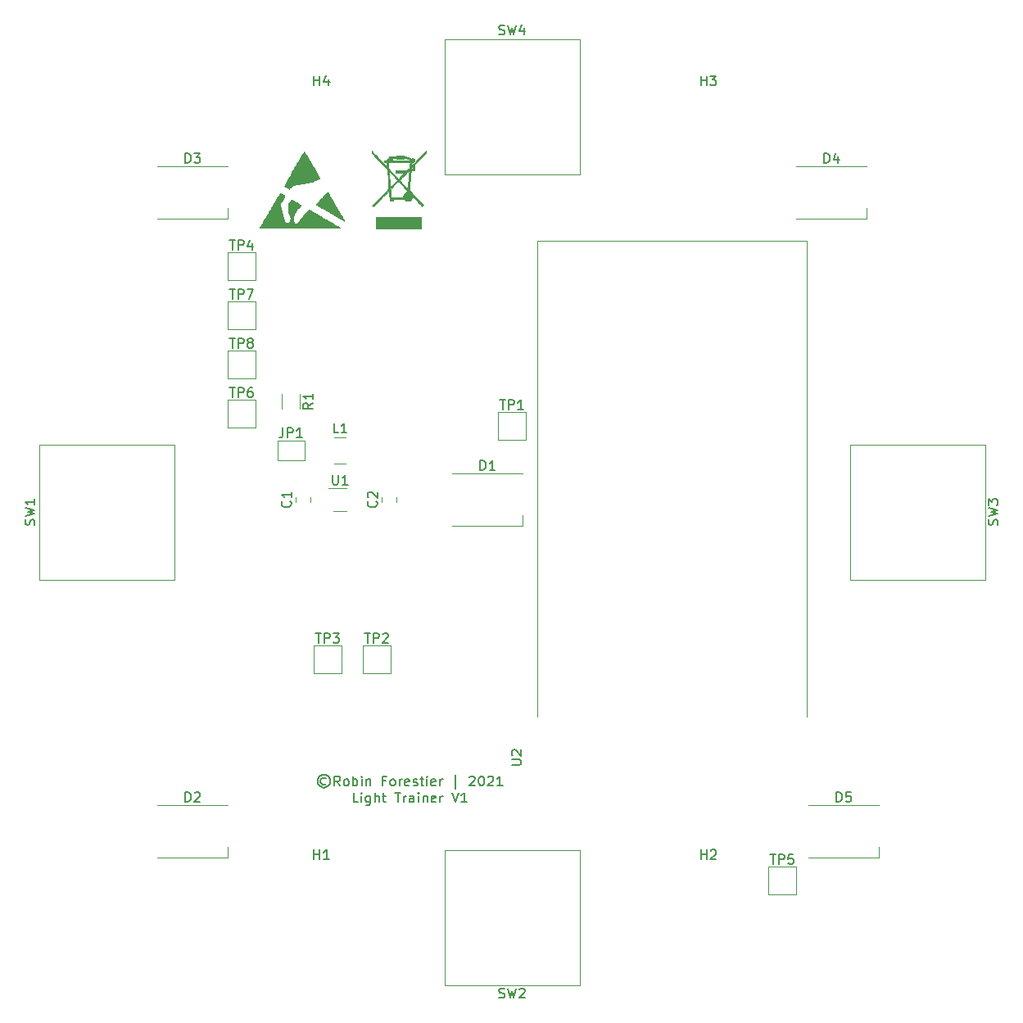
<source format=gbr>
%TF.GenerationSoftware,KiCad,Pcbnew,(5.1.10)-1*%
%TF.CreationDate,2021-09-15T08:26:03+02:00*%
%TF.ProjectId,Light_trainer,4c696768-745f-4747-9261-696e65722e6b,rev?*%
%TF.SameCoordinates,Original*%
%TF.FileFunction,Legend,Top*%
%TF.FilePolarity,Positive*%
%FSLAX46Y46*%
G04 Gerber Fmt 4.6, Leading zero omitted, Abs format (unit mm)*
G04 Created by KiCad (PCBNEW (5.1.10)-1) date 2021-09-15 08:26:03*
%MOMM*%
%LPD*%
G01*
G04 APERTURE LIST*
%ADD10C,0.200000*%
%ADD11C,0.010000*%
%ADD12C,0.120000*%
%ADD13C,0.150000*%
G04 APERTURE END LIST*
D10*
X120444714Y-127872476D02*
X120349476Y-127824857D01*
X120159000Y-127824857D01*
X120063761Y-127872476D01*
X119968523Y-127967714D01*
X119920904Y-128062952D01*
X119920904Y-128253428D01*
X119968523Y-128348666D01*
X120063761Y-128443904D01*
X120159000Y-128491523D01*
X120349476Y-128491523D01*
X120444714Y-128443904D01*
X120254238Y-127491523D02*
X120016142Y-127539142D01*
X119778047Y-127682000D01*
X119635190Y-127920095D01*
X119587571Y-128158190D01*
X119635190Y-128396285D01*
X119778047Y-128634380D01*
X120016142Y-128777238D01*
X120254238Y-128824857D01*
X120492333Y-128777238D01*
X120730428Y-128634380D01*
X120873285Y-128396285D01*
X120920904Y-128158190D01*
X120873285Y-127920095D01*
X120730428Y-127682000D01*
X120492333Y-127539142D01*
X120254238Y-127491523D01*
X121920904Y-128634380D02*
X121587571Y-128158190D01*
X121349476Y-128634380D02*
X121349476Y-127634380D01*
X121730428Y-127634380D01*
X121825666Y-127682000D01*
X121873285Y-127729619D01*
X121920904Y-127824857D01*
X121920904Y-127967714D01*
X121873285Y-128062952D01*
X121825666Y-128110571D01*
X121730428Y-128158190D01*
X121349476Y-128158190D01*
X122492333Y-128634380D02*
X122397095Y-128586761D01*
X122349476Y-128539142D01*
X122301857Y-128443904D01*
X122301857Y-128158190D01*
X122349476Y-128062952D01*
X122397095Y-128015333D01*
X122492333Y-127967714D01*
X122635190Y-127967714D01*
X122730428Y-128015333D01*
X122778047Y-128062952D01*
X122825666Y-128158190D01*
X122825666Y-128443904D01*
X122778047Y-128539142D01*
X122730428Y-128586761D01*
X122635190Y-128634380D01*
X122492333Y-128634380D01*
X123254238Y-128634380D02*
X123254238Y-127634380D01*
X123254238Y-128015333D02*
X123349476Y-127967714D01*
X123539952Y-127967714D01*
X123635190Y-128015333D01*
X123682809Y-128062952D01*
X123730428Y-128158190D01*
X123730428Y-128443904D01*
X123682809Y-128539142D01*
X123635190Y-128586761D01*
X123539952Y-128634380D01*
X123349476Y-128634380D01*
X123254238Y-128586761D01*
X124159000Y-128634380D02*
X124159000Y-127967714D01*
X124159000Y-127634380D02*
X124111380Y-127682000D01*
X124159000Y-127729619D01*
X124206619Y-127682000D01*
X124159000Y-127634380D01*
X124159000Y-127729619D01*
X124635190Y-127967714D02*
X124635190Y-128634380D01*
X124635190Y-128062952D02*
X124682809Y-128015333D01*
X124778047Y-127967714D01*
X124920904Y-127967714D01*
X125016142Y-128015333D01*
X125063761Y-128110571D01*
X125063761Y-128634380D01*
X126635190Y-128110571D02*
X126301857Y-128110571D01*
X126301857Y-128634380D02*
X126301857Y-127634380D01*
X126778047Y-127634380D01*
X127301857Y-128634380D02*
X127206619Y-128586761D01*
X127159000Y-128539142D01*
X127111380Y-128443904D01*
X127111380Y-128158190D01*
X127159000Y-128062952D01*
X127206619Y-128015333D01*
X127301857Y-127967714D01*
X127444714Y-127967714D01*
X127539952Y-128015333D01*
X127587571Y-128062952D01*
X127635190Y-128158190D01*
X127635190Y-128443904D01*
X127587571Y-128539142D01*
X127539952Y-128586761D01*
X127444714Y-128634380D01*
X127301857Y-128634380D01*
X128063761Y-128634380D02*
X128063761Y-127967714D01*
X128063761Y-128158190D02*
X128111380Y-128062952D01*
X128159000Y-128015333D01*
X128254238Y-127967714D01*
X128349476Y-127967714D01*
X129063761Y-128586761D02*
X128968523Y-128634380D01*
X128778047Y-128634380D01*
X128682809Y-128586761D01*
X128635190Y-128491523D01*
X128635190Y-128110571D01*
X128682809Y-128015333D01*
X128778047Y-127967714D01*
X128968523Y-127967714D01*
X129063761Y-128015333D01*
X129111380Y-128110571D01*
X129111380Y-128205809D01*
X128635190Y-128301047D01*
X129492333Y-128586761D02*
X129587571Y-128634380D01*
X129778047Y-128634380D01*
X129873285Y-128586761D01*
X129920904Y-128491523D01*
X129920904Y-128443904D01*
X129873285Y-128348666D01*
X129778047Y-128301047D01*
X129635190Y-128301047D01*
X129539952Y-128253428D01*
X129492333Y-128158190D01*
X129492333Y-128110571D01*
X129539952Y-128015333D01*
X129635190Y-127967714D01*
X129778047Y-127967714D01*
X129873285Y-128015333D01*
X130206619Y-127967714D02*
X130587571Y-127967714D01*
X130349476Y-127634380D02*
X130349476Y-128491523D01*
X130397095Y-128586761D01*
X130492333Y-128634380D01*
X130587571Y-128634380D01*
X130920904Y-128634380D02*
X130920904Y-127967714D01*
X130920904Y-127634380D02*
X130873285Y-127682000D01*
X130920904Y-127729619D01*
X130968523Y-127682000D01*
X130920904Y-127634380D01*
X130920904Y-127729619D01*
X131778047Y-128586761D02*
X131682809Y-128634380D01*
X131492333Y-128634380D01*
X131397095Y-128586761D01*
X131349476Y-128491523D01*
X131349476Y-128110571D01*
X131397095Y-128015333D01*
X131492333Y-127967714D01*
X131682809Y-127967714D01*
X131778047Y-128015333D01*
X131825666Y-128110571D01*
X131825666Y-128205809D01*
X131349476Y-128301047D01*
X132254238Y-128634380D02*
X132254238Y-127967714D01*
X132254238Y-128158190D02*
X132301857Y-128062952D01*
X132349476Y-128015333D01*
X132444714Y-127967714D01*
X132539952Y-127967714D01*
X133873285Y-128967714D02*
X133873285Y-127539142D01*
X135301857Y-127729619D02*
X135349476Y-127682000D01*
X135444714Y-127634380D01*
X135682809Y-127634380D01*
X135778047Y-127682000D01*
X135825666Y-127729619D01*
X135873285Y-127824857D01*
X135873285Y-127920095D01*
X135825666Y-128062952D01*
X135254238Y-128634380D01*
X135873285Y-128634380D01*
X136492333Y-127634380D02*
X136587571Y-127634380D01*
X136682809Y-127682000D01*
X136730428Y-127729619D01*
X136778047Y-127824857D01*
X136825666Y-128015333D01*
X136825666Y-128253428D01*
X136778047Y-128443904D01*
X136730428Y-128539142D01*
X136682809Y-128586761D01*
X136587571Y-128634380D01*
X136492333Y-128634380D01*
X136397095Y-128586761D01*
X136349476Y-128539142D01*
X136301857Y-128443904D01*
X136254238Y-128253428D01*
X136254238Y-128015333D01*
X136301857Y-127824857D01*
X136349476Y-127729619D01*
X136397095Y-127682000D01*
X136492333Y-127634380D01*
X137206619Y-127729619D02*
X137254238Y-127682000D01*
X137349476Y-127634380D01*
X137587571Y-127634380D01*
X137682809Y-127682000D01*
X137730428Y-127729619D01*
X137778047Y-127824857D01*
X137778047Y-127920095D01*
X137730428Y-128062952D01*
X137159000Y-128634380D01*
X137778047Y-128634380D01*
X138730428Y-128634380D02*
X138159000Y-128634380D01*
X138444714Y-128634380D02*
X138444714Y-127634380D01*
X138349476Y-127777238D01*
X138254238Y-127872476D01*
X138159000Y-127920095D01*
X123801857Y-130334380D02*
X123325666Y-130334380D01*
X123325666Y-129334380D01*
X124135190Y-130334380D02*
X124135190Y-129667714D01*
X124135190Y-129334380D02*
X124087571Y-129382000D01*
X124135190Y-129429619D01*
X124182809Y-129382000D01*
X124135190Y-129334380D01*
X124135190Y-129429619D01*
X125039952Y-129667714D02*
X125039952Y-130477238D01*
X124992333Y-130572476D01*
X124944714Y-130620095D01*
X124849476Y-130667714D01*
X124706619Y-130667714D01*
X124611380Y-130620095D01*
X125039952Y-130286761D02*
X124944714Y-130334380D01*
X124754238Y-130334380D01*
X124659000Y-130286761D01*
X124611380Y-130239142D01*
X124563761Y-130143904D01*
X124563761Y-129858190D01*
X124611380Y-129762952D01*
X124659000Y-129715333D01*
X124754238Y-129667714D01*
X124944714Y-129667714D01*
X125039952Y-129715333D01*
X125516142Y-130334380D02*
X125516142Y-129334380D01*
X125944714Y-130334380D02*
X125944714Y-129810571D01*
X125897095Y-129715333D01*
X125801857Y-129667714D01*
X125659000Y-129667714D01*
X125563761Y-129715333D01*
X125516142Y-129762952D01*
X126278047Y-129667714D02*
X126659000Y-129667714D01*
X126420904Y-129334380D02*
X126420904Y-130191523D01*
X126468523Y-130286761D01*
X126563761Y-130334380D01*
X126659000Y-130334380D01*
X127611380Y-129334380D02*
X128182809Y-129334380D01*
X127897095Y-130334380D02*
X127897095Y-129334380D01*
X128516142Y-130334380D02*
X128516142Y-129667714D01*
X128516142Y-129858190D02*
X128563761Y-129762952D01*
X128611380Y-129715333D01*
X128706619Y-129667714D01*
X128801857Y-129667714D01*
X129563761Y-130334380D02*
X129563761Y-129810571D01*
X129516142Y-129715333D01*
X129420904Y-129667714D01*
X129230428Y-129667714D01*
X129135190Y-129715333D01*
X129563761Y-130286761D02*
X129468523Y-130334380D01*
X129230428Y-130334380D01*
X129135190Y-130286761D01*
X129087571Y-130191523D01*
X129087571Y-130096285D01*
X129135190Y-130001047D01*
X129230428Y-129953428D01*
X129468523Y-129953428D01*
X129563761Y-129905809D01*
X130039952Y-130334380D02*
X130039952Y-129667714D01*
X130039952Y-129334380D02*
X129992333Y-129382000D01*
X130039952Y-129429619D01*
X130087571Y-129382000D01*
X130039952Y-129334380D01*
X130039952Y-129429619D01*
X130516142Y-129667714D02*
X130516142Y-130334380D01*
X130516142Y-129762952D02*
X130563761Y-129715333D01*
X130659000Y-129667714D01*
X130801857Y-129667714D01*
X130897095Y-129715333D01*
X130944714Y-129810571D01*
X130944714Y-130334380D01*
X131801857Y-130286761D02*
X131706619Y-130334380D01*
X131516142Y-130334380D01*
X131420904Y-130286761D01*
X131373285Y-130191523D01*
X131373285Y-129810571D01*
X131420904Y-129715333D01*
X131516142Y-129667714D01*
X131706619Y-129667714D01*
X131801857Y-129715333D01*
X131849476Y-129810571D01*
X131849476Y-129905809D01*
X131373285Y-130001047D01*
X132278047Y-130334380D02*
X132278047Y-129667714D01*
X132278047Y-129858190D02*
X132325666Y-129762952D01*
X132373285Y-129715333D01*
X132468523Y-129667714D01*
X132563761Y-129667714D01*
X133516142Y-129334380D02*
X133849476Y-130334380D01*
X134182809Y-129334380D01*
X135039952Y-130334380D02*
X134468523Y-130334380D01*
X134754238Y-130334380D02*
X134754238Y-129334380D01*
X134659000Y-129477238D01*
X134563761Y-129572476D01*
X134468523Y-129620095D01*
D11*
%TO.C,REF\u002A\u002A*%
G36*
X130823256Y-63099337D02*
G01*
X130822433Y-63215066D01*
X130222115Y-63825000D01*
X129621796Y-64434934D01*
X129621359Y-64714835D01*
X129620921Y-64994737D01*
X129255337Y-64994737D01*
X129245917Y-65065756D01*
X129242350Y-65098127D01*
X129236338Y-65159087D01*
X129228201Y-65244998D01*
X129218262Y-65352226D01*
X129206843Y-65477133D01*
X129194264Y-65616083D01*
X129180847Y-65765441D01*
X129166915Y-65921568D01*
X129152788Y-66080830D01*
X129138788Y-66239590D01*
X129125237Y-66394211D01*
X129112456Y-66541057D01*
X129100767Y-66676493D01*
X129090492Y-66796880D01*
X129081952Y-66898584D01*
X129075469Y-66977967D01*
X129071364Y-67031394D01*
X129069959Y-67055229D01*
X129069960Y-67055342D01*
X129080204Y-67074466D01*
X129110974Y-67113955D01*
X129162689Y-67174266D01*
X129235767Y-67255861D01*
X129330627Y-67359198D01*
X129447687Y-67484738D01*
X129587367Y-67632940D01*
X129750084Y-67804263D01*
X129795821Y-67852237D01*
X130521195Y-68612566D01*
X130462551Y-68671052D01*
X130403908Y-68729539D01*
X130309026Y-68626310D01*
X130274315Y-68589003D01*
X130220094Y-68531311D01*
X130149941Y-68457013D01*
X130067432Y-68369889D01*
X129976145Y-68273718D01*
X129879658Y-68172280D01*
X129821935Y-68111695D01*
X129713566Y-67998197D01*
X129625972Y-67907285D01*
X129556920Y-67837307D01*
X129504176Y-67786610D01*
X129465506Y-67753540D01*
X129438677Y-67736444D01*
X129421456Y-67733669D01*
X129411608Y-67743563D01*
X129406901Y-67764471D01*
X129405101Y-67794741D01*
X129404859Y-67803002D01*
X129392342Y-67859909D01*
X129361503Y-67928693D01*
X129318497Y-67998475D01*
X129269480Y-68058378D01*
X129249866Y-68076882D01*
X129149230Y-68141628D01*
X129031673Y-68177854D01*
X128927738Y-68186447D01*
X128809951Y-68170239D01*
X128701169Y-68122712D01*
X128604890Y-68045511D01*
X128587125Y-68026295D01*
X128522168Y-67952500D01*
X127398421Y-67952500D01*
X127398421Y-68186447D01*
X127097632Y-68186447D01*
X127097632Y-68077152D01*
X127093857Y-68002539D01*
X127081175Y-67950750D01*
X127065763Y-67922580D01*
X127054750Y-67902424D01*
X127045321Y-67873200D01*
X127036849Y-67830575D01*
X127028710Y-67770217D01*
X127020279Y-67687793D01*
X127010932Y-67578972D01*
X127004531Y-67498017D01*
X126975169Y-67118732D01*
X126254341Y-67848938D01*
X126124008Y-67981066D01*
X125998892Y-68108096D01*
X125881279Y-68227695D01*
X125773455Y-68337528D01*
X125677705Y-68435263D01*
X125596317Y-68518566D01*
X125531577Y-68585104D01*
X125485770Y-68632542D01*
X125461208Y-68658520D01*
X125420855Y-68699649D01*
X125387195Y-68728335D01*
X125369090Y-68737895D01*
X125345965Y-68726697D01*
X125312257Y-68698719D01*
X125300831Y-68687326D01*
X125252383Y-68636757D01*
X125519119Y-68365702D01*
X125587169Y-68296652D01*
X125674915Y-68207774D01*
X125778508Y-68102959D01*
X125894100Y-67986097D01*
X126017841Y-67861079D01*
X126145881Y-67731795D01*
X126274372Y-67602136D01*
X126366546Y-67509179D01*
X126506658Y-67367520D01*
X126624368Y-67247591D01*
X126721180Y-67147768D01*
X126798601Y-67066428D01*
X126858136Y-67001948D01*
X126887642Y-66968277D01*
X127124591Y-66968277D01*
X127154257Y-67347592D01*
X127163203Y-67458777D01*
X127171858Y-67560453D01*
X127179729Y-67647304D01*
X127186328Y-67714018D01*
X127191164Y-67755279D01*
X127192720Y-67764506D01*
X127201518Y-67802105D01*
X128463319Y-67802105D01*
X128471742Y-67697173D01*
X128497172Y-67573195D01*
X128550389Y-67463524D01*
X128628037Y-67372156D01*
X128726763Y-67303083D01*
X128837572Y-67261620D01*
X128873520Y-67242171D01*
X128891517Y-67200430D01*
X128891894Y-67198589D01*
X128894053Y-67180967D01*
X128891384Y-67162922D01*
X128881280Y-67141108D01*
X128861137Y-67112177D01*
X128828349Y-67072783D01*
X128780310Y-67019577D01*
X128714416Y-66949214D01*
X128628060Y-66858346D01*
X128622480Y-66852493D01*
X128529595Y-66754956D01*
X128430845Y-66651067D01*
X128333016Y-66547977D01*
X128242893Y-66452839D01*
X128167262Y-66372804D01*
X128150395Y-66354911D01*
X128085735Y-66287444D01*
X128028295Y-66229709D01*
X127982199Y-66185675D01*
X127951569Y-66159314D01*
X127941285Y-66153521D01*
X127925948Y-66165646D01*
X127890083Y-66198910D01*
X127836512Y-66250542D01*
X127768060Y-66317775D01*
X127687553Y-66397837D01*
X127597813Y-66487961D01*
X127524468Y-66562198D01*
X127124591Y-66968277D01*
X126887642Y-66968277D01*
X126901291Y-66952703D01*
X126929571Y-66917071D01*
X126944483Y-66893429D01*
X126947801Y-66882480D01*
X126946544Y-66858586D01*
X126942726Y-66804501D01*
X126936593Y-66723338D01*
X126928393Y-66618210D01*
X126918373Y-66492228D01*
X126906780Y-66348505D01*
X126893860Y-66190154D01*
X126879862Y-66020287D01*
X126868581Y-65884528D01*
X126804750Y-65119106D01*
X126968996Y-65119106D01*
X126969703Y-65135624D01*
X126973031Y-65182145D01*
X126978710Y-65255378D01*
X126986474Y-65352028D01*
X126996057Y-65468805D01*
X127007189Y-65602414D01*
X127019605Y-65749563D01*
X127031520Y-65889271D01*
X127045016Y-66047787D01*
X127057587Y-66197421D01*
X127068945Y-66334602D01*
X127078802Y-66455759D01*
X127086870Y-66557320D01*
X127092860Y-66635712D01*
X127096485Y-66687363D01*
X127097491Y-66707423D01*
X127099060Y-66719908D01*
X127105278Y-66724862D01*
X127118541Y-66720218D01*
X127141247Y-66703909D01*
X127175792Y-66673868D01*
X127224573Y-66628027D01*
X127289987Y-66564320D01*
X127374431Y-66480679D01*
X127464029Y-66391299D01*
X127830426Y-66025186D01*
X127827859Y-66022434D01*
X128070049Y-66022434D01*
X128081087Y-66037550D01*
X128111987Y-66073142D01*
X128159653Y-66125941D01*
X128220987Y-66192673D01*
X128292893Y-66270070D01*
X128372273Y-66354858D01*
X128456031Y-66443767D01*
X128541070Y-66533526D01*
X128624292Y-66620864D01*
X128702601Y-66702509D01*
X128772900Y-66775191D01*
X128832091Y-66835637D01*
X128877078Y-66880578D01*
X128904764Y-66906742D01*
X128912314Y-66912072D01*
X128914803Y-66894867D01*
X128919970Y-66847348D01*
X128927530Y-66772489D01*
X128937200Y-66673264D01*
X128948695Y-66552649D01*
X128961731Y-66413618D01*
X128976024Y-66259145D01*
X128991290Y-66092206D01*
X129003479Y-65957597D01*
X129019071Y-65783054D01*
X129033477Y-65618627D01*
X129046453Y-65467299D01*
X129057759Y-65332053D01*
X129067152Y-65215870D01*
X129074389Y-65121735D01*
X129079228Y-65052630D01*
X129081427Y-65011538D01*
X129081176Y-65000868D01*
X129068030Y-65010372D01*
X129034554Y-65040920D01*
X128983674Y-65089556D01*
X128918317Y-65153323D01*
X128841409Y-65229265D01*
X128755876Y-65314424D01*
X128664646Y-65405845D01*
X128570644Y-65500569D01*
X128476798Y-65595641D01*
X128386033Y-65688103D01*
X128301277Y-65774999D01*
X128225456Y-65853372D01*
X128161497Y-65920265D01*
X128112326Y-65972722D01*
X128080869Y-66007785D01*
X128070049Y-66022434D01*
X127827859Y-66022434D01*
X127693798Y-65878760D01*
X127624216Y-65804448D01*
X127546119Y-65721483D01*
X127462594Y-65633102D01*
X127376730Y-65542541D01*
X127291615Y-65453036D01*
X127210336Y-65367823D01*
X127135981Y-65290139D01*
X127071637Y-65223220D01*
X127020394Y-65170303D01*
X126985337Y-65134623D01*
X126969556Y-65119416D01*
X126968996Y-65119106D01*
X126804750Y-65119106D01*
X126788796Y-64927807D01*
X125990714Y-64088485D01*
X125192632Y-63249164D01*
X125193219Y-63131852D01*
X125193806Y-63014539D01*
X125322725Y-63152253D01*
X125394876Y-63229063D01*
X125480060Y-63319304D01*
X125575979Y-63420575D01*
X125680334Y-63530476D01*
X125790826Y-63646604D01*
X125905156Y-63766558D01*
X126021025Y-63887936D01*
X126136135Y-64008338D01*
X126248186Y-64125362D01*
X126354881Y-64236606D01*
X126453920Y-64339669D01*
X126543003Y-64432150D01*
X126619834Y-64511647D01*
X126682112Y-64575758D01*
X126727538Y-64622083D01*
X126753815Y-64648219D01*
X126759574Y-64653233D01*
X126759970Y-64635791D01*
X126757792Y-64591135D01*
X126753417Y-64525340D01*
X126747225Y-64444483D01*
X126744567Y-64412183D01*
X126724772Y-64175921D01*
X126879758Y-64175921D01*
X126887760Y-64213520D01*
X126891840Y-64243255D01*
X126897575Y-64299203D01*
X126904299Y-64374236D01*
X126911352Y-64461225D01*
X126913793Y-64493421D01*
X126920992Y-64585861D01*
X126928258Y-64671707D01*
X126934864Y-64742847D01*
X126940084Y-64791169D01*
X126941261Y-64799939D01*
X126945702Y-64817942D01*
X126955313Y-64839017D01*
X126972140Y-64865525D01*
X126998225Y-64899828D01*
X127035613Y-64944289D01*
X127086346Y-65001271D01*
X127152470Y-65073136D01*
X127236026Y-65162246D01*
X127339060Y-65270964D01*
X127444167Y-65381275D01*
X127548738Y-65490441D01*
X127646351Y-65591540D01*
X127734578Y-65682115D01*
X127810988Y-65759708D01*
X127873151Y-65821862D01*
X127918637Y-65866118D01*
X127945017Y-65890018D01*
X127950643Y-65893574D01*
X127965443Y-65880681D01*
X128000039Y-65847060D01*
X128051071Y-65796082D01*
X128115183Y-65731120D01*
X128189016Y-65655548D01*
X128242411Y-65600493D01*
X128521173Y-65312237D01*
X127699210Y-65312237D01*
X127699210Y-64994737D01*
X128701842Y-64994737D01*
X128701842Y-65136206D01*
X128885658Y-64952960D01*
X129016052Y-64822971D01*
X129270000Y-64822971D01*
X129272429Y-64843477D01*
X129284724Y-64854902D01*
X129314396Y-64859880D01*
X129368955Y-64861044D01*
X129378618Y-64861052D01*
X129487237Y-64861052D01*
X129487237Y-64569584D01*
X129378618Y-64677237D01*
X129317346Y-64742687D01*
X129280699Y-64792829D01*
X129270000Y-64822971D01*
X129016052Y-64822971D01*
X129069474Y-64769715D01*
X129069474Y-64606502D01*
X129069985Y-64531414D01*
X129072328Y-64483645D01*
X129077711Y-64457098D01*
X129087344Y-64445679D01*
X129101871Y-64443289D01*
X129118027Y-64439780D01*
X129129969Y-64425711D01*
X129139139Y-64395769D01*
X129146982Y-64344642D01*
X129154942Y-64267017D01*
X129157496Y-64238585D01*
X129163026Y-64175921D01*
X126879758Y-64175921D01*
X126724772Y-64175921D01*
X126512763Y-64175921D01*
X126512763Y-64025526D01*
X126602859Y-64025526D01*
X126655555Y-64024083D01*
X126684188Y-64017116D01*
X126687691Y-64012970D01*
X126872234Y-64012970D01*
X126881946Y-64022442D01*
X126915588Y-64025366D01*
X126938294Y-64025526D01*
X127014079Y-64025526D01*
X127296694Y-64025526D01*
X129176519Y-64025526D01*
X129112938Y-63960413D01*
X129014186Y-63880062D01*
X128891968Y-63818089D01*
X128744213Y-63773646D01*
X128597401Y-63749065D01*
X128501316Y-63737596D01*
X128501316Y-63858421D01*
X127732632Y-63858421D01*
X127732632Y-63721345D01*
X127619835Y-63732776D01*
X127541025Y-63742425D01*
X127457057Y-63755214D01*
X127406776Y-63764348D01*
X127306513Y-63784488D01*
X127301603Y-63905007D01*
X127296694Y-64025526D01*
X127014079Y-64025526D01*
X127014079Y-63958684D01*
X127011869Y-63916810D01*
X127006350Y-63893536D01*
X127004126Y-63891842D01*
X126979387Y-63902560D01*
X126943243Y-63928563D01*
X126907010Y-63960623D01*
X126882001Y-63989511D01*
X126879773Y-63993267D01*
X126872234Y-64012970D01*
X126687691Y-64012970D01*
X126698081Y-64000674D01*
X126703689Y-63982762D01*
X126726578Y-63936279D01*
X126770540Y-63880400D01*
X126828011Y-63822960D01*
X126891427Y-63771793D01*
X126933082Y-63745143D01*
X126980534Y-63715972D01*
X127004859Y-63691467D01*
X127013405Y-63662572D01*
X127014062Y-63645362D01*
X127014063Y-63641184D01*
X127866316Y-63641184D01*
X127866316Y-63724737D01*
X128367632Y-63724737D01*
X128367632Y-63641184D01*
X127866316Y-63641184D01*
X127014063Y-63641184D01*
X127014079Y-63591052D01*
X127154726Y-63591052D01*
X127219436Y-63592617D01*
X127269870Y-63596785D01*
X127297906Y-63602773D01*
X127300943Y-63605197D01*
X127318727Y-63608918D01*
X127362008Y-63607394D01*
X127423349Y-63601075D01*
X127465263Y-63595240D01*
X127541263Y-63583778D01*
X127610770Y-63573430D01*
X127663003Y-63565796D01*
X127678322Y-63563627D01*
X127718347Y-63551232D01*
X127732632Y-63531808D01*
X127736975Y-63523898D01*
X127752510Y-63517863D01*
X127782999Y-63513466D01*
X127832200Y-63510469D01*
X127903874Y-63508635D01*
X128001781Y-63507725D01*
X128116974Y-63507500D01*
X128239914Y-63507628D01*
X128333441Y-63508230D01*
X128401560Y-63509639D01*
X128448281Y-63512181D01*
X128477609Y-63516189D01*
X128493551Y-63521991D01*
X128500115Y-63529917D01*
X128501316Y-63539133D01*
X128511540Y-63568385D01*
X128545030Y-63585031D01*
X128606012Y-63590968D01*
X128616983Y-63591052D01*
X128720254Y-63601706D01*
X128837547Y-63631033D01*
X128958285Y-63675084D01*
X129071889Y-63729911D01*
X129167781Y-63791564D01*
X129180201Y-63801332D01*
X129220682Y-63833115D01*
X129244655Y-63845844D01*
X129261396Y-63841729D01*
X129278581Y-63824750D01*
X129329336Y-63791492D01*
X129395393Y-63778725D01*
X129466526Y-63785365D01*
X129532514Y-63810327D01*
X129583132Y-63852529D01*
X129586797Y-63857434D01*
X129624672Y-63936211D01*
X129631719Y-64017754D01*
X129608715Y-64095487D01*
X129556437Y-64162835D01*
X129550044Y-64168396D01*
X129512927Y-64194813D01*
X129475267Y-64206447D01*
X129422324Y-64207287D01*
X129409098Y-64206542D01*
X129357297Y-64204641D01*
X129330614Y-64208996D01*
X129320955Y-64222138D01*
X129319963Y-64234408D01*
X129317939Y-64270002D01*
X129312914Y-64323533D01*
X129309303Y-64355559D01*
X129304066Y-64406427D01*
X129306244Y-64432468D01*
X129318875Y-64441986D01*
X129341375Y-64443289D01*
X129354718Y-64438986D01*
X129376244Y-64425057D01*
X129407548Y-64399977D01*
X129450224Y-64362219D01*
X129505868Y-64310256D01*
X129576075Y-64242562D01*
X129662440Y-64157611D01*
X129766558Y-64053875D01*
X129890025Y-63929828D01*
X130034436Y-63783944D01*
X130104031Y-63713449D01*
X130824079Y-62983610D01*
X130823256Y-63099337D01*
G37*
X130823256Y-63099337D02*
X130822433Y-63215066D01*
X130222115Y-63825000D01*
X129621796Y-64434934D01*
X129621359Y-64714835D01*
X129620921Y-64994737D01*
X129255337Y-64994737D01*
X129245917Y-65065756D01*
X129242350Y-65098127D01*
X129236338Y-65159087D01*
X129228201Y-65244998D01*
X129218262Y-65352226D01*
X129206843Y-65477133D01*
X129194264Y-65616083D01*
X129180847Y-65765441D01*
X129166915Y-65921568D01*
X129152788Y-66080830D01*
X129138788Y-66239590D01*
X129125237Y-66394211D01*
X129112456Y-66541057D01*
X129100767Y-66676493D01*
X129090492Y-66796880D01*
X129081952Y-66898584D01*
X129075469Y-66977967D01*
X129071364Y-67031394D01*
X129069959Y-67055229D01*
X129069960Y-67055342D01*
X129080204Y-67074466D01*
X129110974Y-67113955D01*
X129162689Y-67174266D01*
X129235767Y-67255861D01*
X129330627Y-67359198D01*
X129447687Y-67484738D01*
X129587367Y-67632940D01*
X129750084Y-67804263D01*
X129795821Y-67852237D01*
X130521195Y-68612566D01*
X130462551Y-68671052D01*
X130403908Y-68729539D01*
X130309026Y-68626310D01*
X130274315Y-68589003D01*
X130220094Y-68531311D01*
X130149941Y-68457013D01*
X130067432Y-68369889D01*
X129976145Y-68273718D01*
X129879658Y-68172280D01*
X129821935Y-68111695D01*
X129713566Y-67998197D01*
X129625972Y-67907285D01*
X129556920Y-67837307D01*
X129504176Y-67786610D01*
X129465506Y-67753540D01*
X129438677Y-67736444D01*
X129421456Y-67733669D01*
X129411608Y-67743563D01*
X129406901Y-67764471D01*
X129405101Y-67794741D01*
X129404859Y-67803002D01*
X129392342Y-67859909D01*
X129361503Y-67928693D01*
X129318497Y-67998475D01*
X129269480Y-68058378D01*
X129249866Y-68076882D01*
X129149230Y-68141628D01*
X129031673Y-68177854D01*
X128927738Y-68186447D01*
X128809951Y-68170239D01*
X128701169Y-68122712D01*
X128604890Y-68045511D01*
X128587125Y-68026295D01*
X128522168Y-67952500D01*
X127398421Y-67952500D01*
X127398421Y-68186447D01*
X127097632Y-68186447D01*
X127097632Y-68077152D01*
X127093857Y-68002539D01*
X127081175Y-67950750D01*
X127065763Y-67922580D01*
X127054750Y-67902424D01*
X127045321Y-67873200D01*
X127036849Y-67830575D01*
X127028710Y-67770217D01*
X127020279Y-67687793D01*
X127010932Y-67578972D01*
X127004531Y-67498017D01*
X126975169Y-67118732D01*
X126254341Y-67848938D01*
X126124008Y-67981066D01*
X125998892Y-68108096D01*
X125881279Y-68227695D01*
X125773455Y-68337528D01*
X125677705Y-68435263D01*
X125596317Y-68518566D01*
X125531577Y-68585104D01*
X125485770Y-68632542D01*
X125461208Y-68658520D01*
X125420855Y-68699649D01*
X125387195Y-68728335D01*
X125369090Y-68737895D01*
X125345965Y-68726697D01*
X125312257Y-68698719D01*
X125300831Y-68687326D01*
X125252383Y-68636757D01*
X125519119Y-68365702D01*
X125587169Y-68296652D01*
X125674915Y-68207774D01*
X125778508Y-68102959D01*
X125894100Y-67986097D01*
X126017841Y-67861079D01*
X126145881Y-67731795D01*
X126274372Y-67602136D01*
X126366546Y-67509179D01*
X126506658Y-67367520D01*
X126624368Y-67247591D01*
X126721180Y-67147768D01*
X126798601Y-67066428D01*
X126858136Y-67001948D01*
X126887642Y-66968277D01*
X127124591Y-66968277D01*
X127154257Y-67347592D01*
X127163203Y-67458777D01*
X127171858Y-67560453D01*
X127179729Y-67647304D01*
X127186328Y-67714018D01*
X127191164Y-67755279D01*
X127192720Y-67764506D01*
X127201518Y-67802105D01*
X128463319Y-67802105D01*
X128471742Y-67697173D01*
X128497172Y-67573195D01*
X128550389Y-67463524D01*
X128628037Y-67372156D01*
X128726763Y-67303083D01*
X128837572Y-67261620D01*
X128873520Y-67242171D01*
X128891517Y-67200430D01*
X128891894Y-67198589D01*
X128894053Y-67180967D01*
X128891384Y-67162922D01*
X128881280Y-67141108D01*
X128861137Y-67112177D01*
X128828349Y-67072783D01*
X128780310Y-67019577D01*
X128714416Y-66949214D01*
X128628060Y-66858346D01*
X128622480Y-66852493D01*
X128529595Y-66754956D01*
X128430845Y-66651067D01*
X128333016Y-66547977D01*
X128242893Y-66452839D01*
X128167262Y-66372804D01*
X128150395Y-66354911D01*
X128085735Y-66287444D01*
X128028295Y-66229709D01*
X127982199Y-66185675D01*
X127951569Y-66159314D01*
X127941285Y-66153521D01*
X127925948Y-66165646D01*
X127890083Y-66198910D01*
X127836512Y-66250542D01*
X127768060Y-66317775D01*
X127687553Y-66397837D01*
X127597813Y-66487961D01*
X127524468Y-66562198D01*
X127124591Y-66968277D01*
X126887642Y-66968277D01*
X126901291Y-66952703D01*
X126929571Y-66917071D01*
X126944483Y-66893429D01*
X126947801Y-66882480D01*
X126946544Y-66858586D01*
X126942726Y-66804501D01*
X126936593Y-66723338D01*
X126928393Y-66618210D01*
X126918373Y-66492228D01*
X126906780Y-66348505D01*
X126893860Y-66190154D01*
X126879862Y-66020287D01*
X126868581Y-65884528D01*
X126804750Y-65119106D01*
X126968996Y-65119106D01*
X126969703Y-65135624D01*
X126973031Y-65182145D01*
X126978710Y-65255378D01*
X126986474Y-65352028D01*
X126996057Y-65468805D01*
X127007189Y-65602414D01*
X127019605Y-65749563D01*
X127031520Y-65889271D01*
X127045016Y-66047787D01*
X127057587Y-66197421D01*
X127068945Y-66334602D01*
X127078802Y-66455759D01*
X127086870Y-66557320D01*
X127092860Y-66635712D01*
X127096485Y-66687363D01*
X127097491Y-66707423D01*
X127099060Y-66719908D01*
X127105278Y-66724862D01*
X127118541Y-66720218D01*
X127141247Y-66703909D01*
X127175792Y-66673868D01*
X127224573Y-66628027D01*
X127289987Y-66564320D01*
X127374431Y-66480679D01*
X127464029Y-66391299D01*
X127830426Y-66025186D01*
X127827859Y-66022434D01*
X128070049Y-66022434D01*
X128081087Y-66037550D01*
X128111987Y-66073142D01*
X128159653Y-66125941D01*
X128220987Y-66192673D01*
X128292893Y-66270070D01*
X128372273Y-66354858D01*
X128456031Y-66443767D01*
X128541070Y-66533526D01*
X128624292Y-66620864D01*
X128702601Y-66702509D01*
X128772900Y-66775191D01*
X128832091Y-66835637D01*
X128877078Y-66880578D01*
X128904764Y-66906742D01*
X128912314Y-66912072D01*
X128914803Y-66894867D01*
X128919970Y-66847348D01*
X128927530Y-66772489D01*
X128937200Y-66673264D01*
X128948695Y-66552649D01*
X128961731Y-66413618D01*
X128976024Y-66259145D01*
X128991290Y-66092206D01*
X129003479Y-65957597D01*
X129019071Y-65783054D01*
X129033477Y-65618627D01*
X129046453Y-65467299D01*
X129057759Y-65332053D01*
X129067152Y-65215870D01*
X129074389Y-65121735D01*
X129079228Y-65052630D01*
X129081427Y-65011538D01*
X129081176Y-65000868D01*
X129068030Y-65010372D01*
X129034554Y-65040920D01*
X128983674Y-65089556D01*
X128918317Y-65153323D01*
X128841409Y-65229265D01*
X128755876Y-65314424D01*
X128664646Y-65405845D01*
X128570644Y-65500569D01*
X128476798Y-65595641D01*
X128386033Y-65688103D01*
X128301277Y-65774999D01*
X128225456Y-65853372D01*
X128161497Y-65920265D01*
X128112326Y-65972722D01*
X128080869Y-66007785D01*
X128070049Y-66022434D01*
X127827859Y-66022434D01*
X127693798Y-65878760D01*
X127624216Y-65804448D01*
X127546119Y-65721483D01*
X127462594Y-65633102D01*
X127376730Y-65542541D01*
X127291615Y-65453036D01*
X127210336Y-65367823D01*
X127135981Y-65290139D01*
X127071637Y-65223220D01*
X127020394Y-65170303D01*
X126985337Y-65134623D01*
X126969556Y-65119416D01*
X126968996Y-65119106D01*
X126804750Y-65119106D01*
X126788796Y-64927807D01*
X125990714Y-64088485D01*
X125192632Y-63249164D01*
X125193219Y-63131852D01*
X125193806Y-63014539D01*
X125322725Y-63152253D01*
X125394876Y-63229063D01*
X125480060Y-63319304D01*
X125575979Y-63420575D01*
X125680334Y-63530476D01*
X125790826Y-63646604D01*
X125905156Y-63766558D01*
X126021025Y-63887936D01*
X126136135Y-64008338D01*
X126248186Y-64125362D01*
X126354881Y-64236606D01*
X126453920Y-64339669D01*
X126543003Y-64432150D01*
X126619834Y-64511647D01*
X126682112Y-64575758D01*
X126727538Y-64622083D01*
X126753815Y-64648219D01*
X126759574Y-64653233D01*
X126759970Y-64635791D01*
X126757792Y-64591135D01*
X126753417Y-64525340D01*
X126747225Y-64444483D01*
X126744567Y-64412183D01*
X126724772Y-64175921D01*
X126879758Y-64175921D01*
X126887760Y-64213520D01*
X126891840Y-64243255D01*
X126897575Y-64299203D01*
X126904299Y-64374236D01*
X126911352Y-64461225D01*
X126913793Y-64493421D01*
X126920992Y-64585861D01*
X126928258Y-64671707D01*
X126934864Y-64742847D01*
X126940084Y-64791169D01*
X126941261Y-64799939D01*
X126945702Y-64817942D01*
X126955313Y-64839017D01*
X126972140Y-64865525D01*
X126998225Y-64899828D01*
X127035613Y-64944289D01*
X127086346Y-65001271D01*
X127152470Y-65073136D01*
X127236026Y-65162246D01*
X127339060Y-65270964D01*
X127444167Y-65381275D01*
X127548738Y-65490441D01*
X127646351Y-65591540D01*
X127734578Y-65682115D01*
X127810988Y-65759708D01*
X127873151Y-65821862D01*
X127918637Y-65866118D01*
X127945017Y-65890018D01*
X127950643Y-65893574D01*
X127965443Y-65880681D01*
X128000039Y-65847060D01*
X128051071Y-65796082D01*
X128115183Y-65731120D01*
X128189016Y-65655548D01*
X128242411Y-65600493D01*
X128521173Y-65312237D01*
X127699210Y-65312237D01*
X127699210Y-64994737D01*
X128701842Y-64994737D01*
X128701842Y-65136206D01*
X128885658Y-64952960D01*
X129016052Y-64822971D01*
X129270000Y-64822971D01*
X129272429Y-64843477D01*
X129284724Y-64854902D01*
X129314396Y-64859880D01*
X129368955Y-64861044D01*
X129378618Y-64861052D01*
X129487237Y-64861052D01*
X129487237Y-64569584D01*
X129378618Y-64677237D01*
X129317346Y-64742687D01*
X129280699Y-64792829D01*
X129270000Y-64822971D01*
X129016052Y-64822971D01*
X129069474Y-64769715D01*
X129069474Y-64606502D01*
X129069985Y-64531414D01*
X129072328Y-64483645D01*
X129077711Y-64457098D01*
X129087344Y-64445679D01*
X129101871Y-64443289D01*
X129118027Y-64439780D01*
X129129969Y-64425711D01*
X129139139Y-64395769D01*
X129146982Y-64344642D01*
X129154942Y-64267017D01*
X129157496Y-64238585D01*
X129163026Y-64175921D01*
X126879758Y-64175921D01*
X126724772Y-64175921D01*
X126512763Y-64175921D01*
X126512763Y-64025526D01*
X126602859Y-64025526D01*
X126655555Y-64024083D01*
X126684188Y-64017116D01*
X126687691Y-64012970D01*
X126872234Y-64012970D01*
X126881946Y-64022442D01*
X126915588Y-64025366D01*
X126938294Y-64025526D01*
X127014079Y-64025526D01*
X127296694Y-64025526D01*
X129176519Y-64025526D01*
X129112938Y-63960413D01*
X129014186Y-63880062D01*
X128891968Y-63818089D01*
X128744213Y-63773646D01*
X128597401Y-63749065D01*
X128501316Y-63737596D01*
X128501316Y-63858421D01*
X127732632Y-63858421D01*
X127732632Y-63721345D01*
X127619835Y-63732776D01*
X127541025Y-63742425D01*
X127457057Y-63755214D01*
X127406776Y-63764348D01*
X127306513Y-63784488D01*
X127301603Y-63905007D01*
X127296694Y-64025526D01*
X127014079Y-64025526D01*
X127014079Y-63958684D01*
X127011869Y-63916810D01*
X127006350Y-63893536D01*
X127004126Y-63891842D01*
X126979387Y-63902560D01*
X126943243Y-63928563D01*
X126907010Y-63960623D01*
X126882001Y-63989511D01*
X126879773Y-63993267D01*
X126872234Y-64012970D01*
X126687691Y-64012970D01*
X126698081Y-64000674D01*
X126703689Y-63982762D01*
X126726578Y-63936279D01*
X126770540Y-63880400D01*
X126828011Y-63822960D01*
X126891427Y-63771793D01*
X126933082Y-63745143D01*
X126980534Y-63715972D01*
X127004859Y-63691467D01*
X127013405Y-63662572D01*
X127014062Y-63645362D01*
X127014063Y-63641184D01*
X127866316Y-63641184D01*
X127866316Y-63724737D01*
X128367632Y-63724737D01*
X128367632Y-63641184D01*
X127866316Y-63641184D01*
X127014063Y-63641184D01*
X127014079Y-63591052D01*
X127154726Y-63591052D01*
X127219436Y-63592617D01*
X127269870Y-63596785D01*
X127297906Y-63602773D01*
X127300943Y-63605197D01*
X127318727Y-63608918D01*
X127362008Y-63607394D01*
X127423349Y-63601075D01*
X127465263Y-63595240D01*
X127541263Y-63583778D01*
X127610770Y-63573430D01*
X127663003Y-63565796D01*
X127678322Y-63563627D01*
X127718347Y-63551232D01*
X127732632Y-63531808D01*
X127736975Y-63523898D01*
X127752510Y-63517863D01*
X127782999Y-63513466D01*
X127832200Y-63510469D01*
X127903874Y-63508635D01*
X128001781Y-63507725D01*
X128116974Y-63507500D01*
X128239914Y-63507628D01*
X128333441Y-63508230D01*
X128401560Y-63509639D01*
X128448281Y-63512181D01*
X128477609Y-63516189D01*
X128493551Y-63521991D01*
X128500115Y-63529917D01*
X128501316Y-63539133D01*
X128511540Y-63568385D01*
X128545030Y-63585031D01*
X128606012Y-63590968D01*
X128616983Y-63591052D01*
X128720254Y-63601706D01*
X128837547Y-63631033D01*
X128958285Y-63675084D01*
X129071889Y-63729911D01*
X129167781Y-63791564D01*
X129180201Y-63801332D01*
X129220682Y-63833115D01*
X129244655Y-63845844D01*
X129261396Y-63841729D01*
X129278581Y-63824750D01*
X129329336Y-63791492D01*
X129395393Y-63778725D01*
X129466526Y-63785365D01*
X129532514Y-63810327D01*
X129583132Y-63852529D01*
X129586797Y-63857434D01*
X129624672Y-63936211D01*
X129631719Y-64017754D01*
X129608715Y-64095487D01*
X129556437Y-64162835D01*
X129550044Y-64168396D01*
X129512927Y-64194813D01*
X129475267Y-64206447D01*
X129422324Y-64207287D01*
X129409098Y-64206542D01*
X129357297Y-64204641D01*
X129330614Y-64208996D01*
X129320955Y-64222138D01*
X129319963Y-64234408D01*
X129317939Y-64270002D01*
X129312914Y-64323533D01*
X129309303Y-64355559D01*
X129304066Y-64406427D01*
X129306244Y-64432468D01*
X129318875Y-64441986D01*
X129341375Y-64443289D01*
X129354718Y-64438986D01*
X129376244Y-64425057D01*
X129407548Y-64399977D01*
X129450224Y-64362219D01*
X129505868Y-64310256D01*
X129576075Y-64242562D01*
X129662440Y-64157611D01*
X129766558Y-64053875D01*
X129890025Y-63929828D01*
X130034436Y-63783944D01*
X130104031Y-63713449D01*
X130824079Y-62983610D01*
X130823256Y-63099337D01*
G36*
X130322763Y-71010526D02*
G01*
X125643816Y-71010526D01*
X125643816Y-69857500D01*
X130322763Y-69857500D01*
X130322763Y-71010526D01*
G37*
X130322763Y-71010526D02*
X125643816Y-71010526D01*
X125643816Y-69857500D01*
X130322763Y-69857500D01*
X130322763Y-71010526D01*
G36*
X118220878Y-63076166D02*
G01*
X118251876Y-63126538D01*
X118299634Y-63206341D01*
X118362194Y-63312180D01*
X118437597Y-63440659D01*
X118523885Y-63588384D01*
X118619101Y-63751958D01*
X118721285Y-63927987D01*
X118828481Y-64113075D01*
X118938729Y-64303827D01*
X119050071Y-64496847D01*
X119160550Y-64688741D01*
X119268207Y-64876111D01*
X119371084Y-65055565D01*
X119467223Y-65223705D01*
X119554665Y-65377137D01*
X119631453Y-65512465D01*
X119695628Y-65626294D01*
X119745233Y-65715229D01*
X119778309Y-65775874D01*
X119792897Y-65804833D01*
X119793431Y-65806644D01*
X119775321Y-65831217D01*
X119724980Y-65868807D01*
X119648395Y-65915722D01*
X119551552Y-65968274D01*
X119450167Y-66018213D01*
X119312215Y-66078769D01*
X119167142Y-66133179D01*
X119009950Y-66182651D01*
X118835643Y-66228395D01*
X118639222Y-66271620D01*
X118415689Y-66313534D01*
X118160048Y-66355347D01*
X117895606Y-66394284D01*
X117665852Y-66428828D01*
X117472917Y-66463026D01*
X117311964Y-66498577D01*
X117178155Y-66537182D01*
X117066650Y-66580539D01*
X116972614Y-66630348D01*
X116891206Y-66688309D01*
X116817590Y-66756120D01*
X116793851Y-66781312D01*
X116742397Y-66839958D01*
X116704334Y-66887815D01*
X116686677Y-66915958D01*
X116686206Y-66918265D01*
X116680028Y-66932416D01*
X116658590Y-66932575D01*
X116617533Y-66916861D01*
X116552501Y-66883391D01*
X116459137Y-66830281D01*
X116394252Y-66792088D01*
X116297501Y-66732385D01*
X116222312Y-66681263D01*
X116173739Y-66642399D01*
X116156835Y-66619472D01*
X116156845Y-66619305D01*
X116167328Y-66597456D01*
X116196931Y-66542739D01*
X116243938Y-66458136D01*
X116306629Y-66346629D01*
X116383286Y-66211201D01*
X116472191Y-66054833D01*
X116571626Y-65880507D01*
X116679872Y-65691206D01*
X116795211Y-65489911D01*
X116915924Y-65279605D01*
X117040294Y-65063271D01*
X117166601Y-64843889D01*
X117293127Y-64624442D01*
X117418155Y-64407912D01*
X117539965Y-64197281D01*
X117656839Y-63995532D01*
X117767060Y-63805647D01*
X117868908Y-63630606D01*
X117960665Y-63473394D01*
X118040613Y-63336991D01*
X118107034Y-63224380D01*
X118158209Y-63138543D01*
X118192420Y-63082462D01*
X118207948Y-63059119D01*
X118208598Y-63058621D01*
X118220878Y-63076166D01*
G37*
X118220878Y-63076166D02*
X118251876Y-63126538D01*
X118299634Y-63206341D01*
X118362194Y-63312180D01*
X118437597Y-63440659D01*
X118523885Y-63588384D01*
X118619101Y-63751958D01*
X118721285Y-63927987D01*
X118828481Y-64113075D01*
X118938729Y-64303827D01*
X119050071Y-64496847D01*
X119160550Y-64688741D01*
X119268207Y-64876111D01*
X119371084Y-65055565D01*
X119467223Y-65223705D01*
X119554665Y-65377137D01*
X119631453Y-65512465D01*
X119695628Y-65626294D01*
X119745233Y-65715229D01*
X119778309Y-65775874D01*
X119792897Y-65804833D01*
X119793431Y-65806644D01*
X119775321Y-65831217D01*
X119724980Y-65868807D01*
X119648395Y-65915722D01*
X119551552Y-65968274D01*
X119450167Y-66018213D01*
X119312215Y-66078769D01*
X119167142Y-66133179D01*
X119009950Y-66182651D01*
X118835643Y-66228395D01*
X118639222Y-66271620D01*
X118415689Y-66313534D01*
X118160048Y-66355347D01*
X117895606Y-66394284D01*
X117665852Y-66428828D01*
X117472917Y-66463026D01*
X117311964Y-66498577D01*
X117178155Y-66537182D01*
X117066650Y-66580539D01*
X116972614Y-66630348D01*
X116891206Y-66688309D01*
X116817590Y-66756120D01*
X116793851Y-66781312D01*
X116742397Y-66839958D01*
X116704334Y-66887815D01*
X116686677Y-66915958D01*
X116686206Y-66918265D01*
X116680028Y-66932416D01*
X116658590Y-66932575D01*
X116617533Y-66916861D01*
X116552501Y-66883391D01*
X116459137Y-66830281D01*
X116394252Y-66792088D01*
X116297501Y-66732385D01*
X116222312Y-66681263D01*
X116173739Y-66642399D01*
X116156835Y-66619472D01*
X116156845Y-66619305D01*
X116167328Y-66597456D01*
X116196931Y-66542739D01*
X116243938Y-66458136D01*
X116306629Y-66346629D01*
X116383286Y-66211201D01*
X116472191Y-66054833D01*
X116571626Y-65880507D01*
X116679872Y-65691206D01*
X116795211Y-65489911D01*
X116915924Y-65279605D01*
X117040294Y-65063271D01*
X117166601Y-64843889D01*
X117293127Y-64624442D01*
X117418155Y-64407912D01*
X117539965Y-64197281D01*
X117656839Y-63995532D01*
X117767060Y-63805647D01*
X117868908Y-63630606D01*
X117960665Y-63473394D01*
X118040613Y-63336991D01*
X118107034Y-63224380D01*
X118158209Y-63138543D01*
X118192420Y-63082462D01*
X118207948Y-63059119D01*
X118208598Y-63058621D01*
X118220878Y-63076166D01*
G36*
X120676146Y-67315908D02*
G01*
X120691469Y-67341590D01*
X120725911Y-67400469D01*
X120777769Y-67489602D01*
X120845340Y-67606049D01*
X120926921Y-67746867D01*
X121020809Y-67909114D01*
X121125299Y-68089849D01*
X121238690Y-68286130D01*
X121359278Y-68495016D01*
X121483313Y-68710017D01*
X121609987Y-68929649D01*
X121731608Y-69140495D01*
X121846412Y-69339499D01*
X121952638Y-69523607D01*
X122048523Y-69689765D01*
X122132302Y-69834917D01*
X122202214Y-69956009D01*
X122256496Y-70049988D01*
X122293385Y-70113797D01*
X122310731Y-70143719D01*
X122339007Y-70194271D01*
X122354382Y-70225914D01*
X122355224Y-70231420D01*
X122336488Y-70221082D01*
X122284386Y-70191407D01*
X122201640Y-70143968D01*
X122090975Y-70080333D01*
X121955114Y-70002074D01*
X121796781Y-69910759D01*
X121618698Y-69807960D01*
X121423590Y-69695247D01*
X121214180Y-69574189D01*
X120993191Y-69446357D01*
X120909113Y-69397702D01*
X120684170Y-69267567D01*
X120469524Y-69143497D01*
X120267932Y-69027077D01*
X120082148Y-68919893D01*
X119914928Y-68823531D01*
X119769027Y-68739578D01*
X119647201Y-68669620D01*
X119552204Y-68615243D01*
X119486792Y-68578034D01*
X119453720Y-68559578D01*
X119450262Y-68557830D01*
X119460339Y-68542005D01*
X119495407Y-68499692D01*
X119551885Y-68434790D01*
X119626193Y-68351196D01*
X119714752Y-68252809D01*
X119813980Y-68143525D01*
X119920298Y-68027244D01*
X120030125Y-67907862D01*
X120139882Y-67789277D01*
X120245988Y-67675388D01*
X120344862Y-67570092D01*
X120432926Y-67477287D01*
X120506599Y-67400870D01*
X120562300Y-67344740D01*
X120581403Y-67326335D01*
X120644708Y-67266872D01*
X120676146Y-67315908D01*
G37*
X120676146Y-67315908D02*
X120691469Y-67341590D01*
X120725911Y-67400469D01*
X120777769Y-67489602D01*
X120845340Y-67606049D01*
X120926921Y-67746867D01*
X121020809Y-67909114D01*
X121125299Y-68089849D01*
X121238690Y-68286130D01*
X121359278Y-68495016D01*
X121483313Y-68710017D01*
X121609987Y-68929649D01*
X121731608Y-69140495D01*
X121846412Y-69339499D01*
X121952638Y-69523607D01*
X122048523Y-69689765D01*
X122132302Y-69834917D01*
X122202214Y-69956009D01*
X122256496Y-70049988D01*
X122293385Y-70113797D01*
X122310731Y-70143719D01*
X122339007Y-70194271D01*
X122354382Y-70225914D01*
X122355224Y-70231420D01*
X122336488Y-70221082D01*
X122284386Y-70191407D01*
X122201640Y-70143968D01*
X122090975Y-70080333D01*
X121955114Y-70002074D01*
X121796781Y-69910759D01*
X121618698Y-69807960D01*
X121423590Y-69695247D01*
X121214180Y-69574189D01*
X120993191Y-69446357D01*
X120909113Y-69397702D01*
X120684170Y-69267567D01*
X120469524Y-69143497D01*
X120267932Y-69027077D01*
X120082148Y-68919893D01*
X119914928Y-68823531D01*
X119769027Y-68739578D01*
X119647201Y-68669620D01*
X119552204Y-68615243D01*
X119486792Y-68578034D01*
X119453720Y-68559578D01*
X119450262Y-68557830D01*
X119460339Y-68542005D01*
X119495407Y-68499692D01*
X119551885Y-68434790D01*
X119626193Y-68351196D01*
X119714752Y-68252809D01*
X119813980Y-68143525D01*
X119920298Y-68027244D01*
X120030125Y-67907862D01*
X120139882Y-67789277D01*
X120245988Y-67675388D01*
X120344862Y-67570092D01*
X120432926Y-67477287D01*
X120506599Y-67400870D01*
X120562300Y-67344740D01*
X120581403Y-67326335D01*
X120644708Y-67266872D01*
X120676146Y-67315908D01*
G36*
X115740749Y-67392036D02*
G01*
X115784544Y-67408972D01*
X115851293Y-67442601D01*
X115947137Y-67495334D01*
X115954599Y-67499525D01*
X116042871Y-67550001D01*
X116117363Y-67594223D01*
X116170760Y-67627731D01*
X116195746Y-67646064D01*
X116196445Y-67646962D01*
X116190409Y-67672414D01*
X116162723Y-67729255D01*
X116115188Y-67814389D01*
X116049611Y-67924717D01*
X115967797Y-68057144D01*
X115871548Y-68208571D01*
X115847594Y-68245707D01*
X115785183Y-68348757D01*
X115739737Y-68437432D01*
X115715246Y-68503714D01*
X115712733Y-68516807D01*
X115713848Y-68574443D01*
X115726343Y-68665865D01*
X115748660Y-68785208D01*
X115779240Y-68926609D01*
X115816528Y-69084203D01*
X115858965Y-69252126D01*
X115904994Y-69424514D01*
X115953057Y-69595501D01*
X116001597Y-69759224D01*
X116049057Y-69909818D01*
X116093878Y-70041420D01*
X116134503Y-70148163D01*
X116162823Y-70211494D01*
X116196183Y-70278957D01*
X116227682Y-70343511D01*
X116229387Y-70347045D01*
X116281498Y-70412250D01*
X116357554Y-70456156D01*
X116446092Y-70477197D01*
X116535648Y-70473807D01*
X116614758Y-70444423D01*
X116659264Y-70405736D01*
X116723356Y-70299636D01*
X116770322Y-70167405D01*
X116796090Y-70022527D01*
X116799741Y-69940394D01*
X116785039Y-69787105D01*
X116741890Y-69660166D01*
X116667972Y-69553418D01*
X116644921Y-69529657D01*
X116576325Y-69463009D01*
X116571614Y-68991916D01*
X116566903Y-68520822D01*
X116686946Y-68339106D01*
X116743277Y-68256856D01*
X116797528Y-68182865D01*
X116841959Y-68127448D01*
X116861056Y-68107056D01*
X116915124Y-68056723D01*
X116988350Y-68096158D01*
X117034633Y-68124415D01*
X117059957Y-68146354D01*
X117061576Y-68150299D01*
X117078884Y-68167023D01*
X117108497Y-68179476D01*
X117137114Y-68190700D01*
X117180934Y-68212024D01*
X117243718Y-68245529D01*
X117329228Y-68293296D01*
X117441226Y-68357407D01*
X117583473Y-68439944D01*
X117660773Y-68485065D01*
X117751702Y-68539111D01*
X117811339Y-68577604D01*
X117844961Y-68605044D01*
X117857844Y-68625934D01*
X117855265Y-68644775D01*
X117853115Y-68649152D01*
X117832197Y-68676714D01*
X117787440Y-68728416D01*
X117724057Y-68798475D01*
X117647262Y-68881107D01*
X117580844Y-68951156D01*
X117427790Y-69117414D01*
X117308056Y-69261519D01*
X117220573Y-69384921D01*
X117164274Y-69489068D01*
X117145284Y-69541954D01*
X117137440Y-69588250D01*
X117129338Y-69667221D01*
X117121691Y-69769846D01*
X117115212Y-69887103D01*
X117112163Y-69961248D01*
X117107908Y-70089427D01*
X117106036Y-70183138D01*
X117107099Y-70249583D01*
X117111646Y-70295961D01*
X117120227Y-70329474D01*
X117133394Y-70357321D01*
X117143735Y-70374324D01*
X117203456Y-70439862D01*
X117280411Y-70485532D01*
X117361380Y-70505450D01*
X117422058Y-70498244D01*
X117476999Y-70467066D01*
X117545867Y-70411230D01*
X117619005Y-70340474D01*
X117686752Y-70264537D01*
X117739450Y-70193159D01*
X117758853Y-70158668D01*
X117787919Y-70111441D01*
X117840783Y-70039506D01*
X117912616Y-69948485D01*
X117998588Y-69844000D01*
X118093868Y-69731675D01*
X118193627Y-69617130D01*
X118293034Y-69505990D01*
X118387259Y-69403875D01*
X118471473Y-69316408D01*
X118537591Y-69252198D01*
X118610999Y-69188057D01*
X118672753Y-69140763D01*
X118716066Y-69115235D01*
X118730445Y-69112429D01*
X118752479Y-69123752D01*
X118807438Y-69154144D01*
X118892152Y-69201780D01*
X119003448Y-69264835D01*
X119138156Y-69341485D01*
X119293103Y-69429905D01*
X119465119Y-69528270D01*
X119651032Y-69634756D01*
X119847670Y-69747537D01*
X120051863Y-69864789D01*
X120260439Y-69984687D01*
X120470225Y-70105407D01*
X120678052Y-70225123D01*
X120880747Y-70342011D01*
X121075140Y-70454246D01*
X121258058Y-70560004D01*
X121426330Y-70657460D01*
X121576785Y-70744788D01*
X121706251Y-70820165D01*
X121811557Y-70881765D01*
X121889532Y-70927764D01*
X121937004Y-70956337D01*
X121950763Y-70965304D01*
X121932231Y-70967076D01*
X121873933Y-70968799D01*
X121777809Y-70970464D01*
X121645799Y-70972063D01*
X121479846Y-70973587D01*
X121281889Y-70975029D01*
X121053870Y-70976380D01*
X120797729Y-70977632D01*
X120515408Y-70978776D01*
X120208847Y-70979804D01*
X119879987Y-70980708D01*
X119530769Y-70981479D01*
X119163135Y-70982109D01*
X118779024Y-70982590D01*
X118380377Y-70982914D01*
X117969137Y-70983072D01*
X117796580Y-70983087D01*
X113622586Y-70983087D01*
X113920268Y-70466954D01*
X113983286Y-70357665D01*
X114064406Y-70216940D01*
X114160916Y-70049486D01*
X114270103Y-69860012D01*
X114389255Y-69653223D01*
X114515660Y-69433828D01*
X114646605Y-69206533D01*
X114779379Y-68976046D01*
X114911269Y-68747073D01*
X114944624Y-68689163D01*
X115066247Y-68478232D01*
X115182228Y-68277535D01*
X115290825Y-68090059D01*
X115390294Y-67918792D01*
X115478892Y-67766723D01*
X115554878Y-67636838D01*
X115616507Y-67532125D01*
X115662037Y-67455573D01*
X115689725Y-67410169D01*
X115697472Y-67398609D01*
X115713772Y-67389385D01*
X115740749Y-67392036D01*
G37*
X115740749Y-67392036D02*
X115784544Y-67408972D01*
X115851293Y-67442601D01*
X115947137Y-67495334D01*
X115954599Y-67499525D01*
X116042871Y-67550001D01*
X116117363Y-67594223D01*
X116170760Y-67627731D01*
X116195746Y-67646064D01*
X116196445Y-67646962D01*
X116190409Y-67672414D01*
X116162723Y-67729255D01*
X116115188Y-67814389D01*
X116049611Y-67924717D01*
X115967797Y-68057144D01*
X115871548Y-68208571D01*
X115847594Y-68245707D01*
X115785183Y-68348757D01*
X115739737Y-68437432D01*
X115715246Y-68503714D01*
X115712733Y-68516807D01*
X115713848Y-68574443D01*
X115726343Y-68665865D01*
X115748660Y-68785208D01*
X115779240Y-68926609D01*
X115816528Y-69084203D01*
X115858965Y-69252126D01*
X115904994Y-69424514D01*
X115953057Y-69595501D01*
X116001597Y-69759224D01*
X116049057Y-69909818D01*
X116093878Y-70041420D01*
X116134503Y-70148163D01*
X116162823Y-70211494D01*
X116196183Y-70278957D01*
X116227682Y-70343511D01*
X116229387Y-70347045D01*
X116281498Y-70412250D01*
X116357554Y-70456156D01*
X116446092Y-70477197D01*
X116535648Y-70473807D01*
X116614758Y-70444423D01*
X116659264Y-70405736D01*
X116723356Y-70299636D01*
X116770322Y-70167405D01*
X116796090Y-70022527D01*
X116799741Y-69940394D01*
X116785039Y-69787105D01*
X116741890Y-69660166D01*
X116667972Y-69553418D01*
X116644921Y-69529657D01*
X116576325Y-69463009D01*
X116571614Y-68991916D01*
X116566903Y-68520822D01*
X116686946Y-68339106D01*
X116743277Y-68256856D01*
X116797528Y-68182865D01*
X116841959Y-68127448D01*
X116861056Y-68107056D01*
X116915124Y-68056723D01*
X116988350Y-68096158D01*
X117034633Y-68124415D01*
X117059957Y-68146354D01*
X117061576Y-68150299D01*
X117078884Y-68167023D01*
X117108497Y-68179476D01*
X117137114Y-68190700D01*
X117180934Y-68212024D01*
X117243718Y-68245529D01*
X117329228Y-68293296D01*
X117441226Y-68357407D01*
X117583473Y-68439944D01*
X117660773Y-68485065D01*
X117751702Y-68539111D01*
X117811339Y-68577604D01*
X117844961Y-68605044D01*
X117857844Y-68625934D01*
X117855265Y-68644775D01*
X117853115Y-68649152D01*
X117832197Y-68676714D01*
X117787440Y-68728416D01*
X117724057Y-68798475D01*
X117647262Y-68881107D01*
X117580844Y-68951156D01*
X117427790Y-69117414D01*
X117308056Y-69261519D01*
X117220573Y-69384921D01*
X117164274Y-69489068D01*
X117145284Y-69541954D01*
X117137440Y-69588250D01*
X117129338Y-69667221D01*
X117121691Y-69769846D01*
X117115212Y-69887103D01*
X117112163Y-69961248D01*
X117107908Y-70089427D01*
X117106036Y-70183138D01*
X117107099Y-70249583D01*
X117111646Y-70295961D01*
X117120227Y-70329474D01*
X117133394Y-70357321D01*
X117143735Y-70374324D01*
X117203456Y-70439862D01*
X117280411Y-70485532D01*
X117361380Y-70505450D01*
X117422058Y-70498244D01*
X117476999Y-70467066D01*
X117545867Y-70411230D01*
X117619005Y-70340474D01*
X117686752Y-70264537D01*
X117739450Y-70193159D01*
X117758853Y-70158668D01*
X117787919Y-70111441D01*
X117840783Y-70039506D01*
X117912616Y-69948485D01*
X117998588Y-69844000D01*
X118093868Y-69731675D01*
X118193627Y-69617130D01*
X118293034Y-69505990D01*
X118387259Y-69403875D01*
X118471473Y-69316408D01*
X118537591Y-69252198D01*
X118610999Y-69188057D01*
X118672753Y-69140763D01*
X118716066Y-69115235D01*
X118730445Y-69112429D01*
X118752479Y-69123752D01*
X118807438Y-69154144D01*
X118892152Y-69201780D01*
X119003448Y-69264835D01*
X119138156Y-69341485D01*
X119293103Y-69429905D01*
X119465119Y-69528270D01*
X119651032Y-69634756D01*
X119847670Y-69747537D01*
X120051863Y-69864789D01*
X120260439Y-69984687D01*
X120470225Y-70105407D01*
X120678052Y-70225123D01*
X120880747Y-70342011D01*
X121075140Y-70454246D01*
X121258058Y-70560004D01*
X121426330Y-70657460D01*
X121576785Y-70744788D01*
X121706251Y-70820165D01*
X121811557Y-70881765D01*
X121889532Y-70927764D01*
X121937004Y-70956337D01*
X121950763Y-70965304D01*
X121932231Y-70967076D01*
X121873933Y-70968799D01*
X121777809Y-70970464D01*
X121645799Y-70972063D01*
X121479846Y-70973587D01*
X121281889Y-70975029D01*
X121053870Y-70976380D01*
X120797729Y-70977632D01*
X120515408Y-70978776D01*
X120208847Y-70979804D01*
X119879987Y-70980708D01*
X119530769Y-70981479D01*
X119163135Y-70982109D01*
X118779024Y-70982590D01*
X118380377Y-70982914D01*
X117969137Y-70983072D01*
X117796580Y-70983087D01*
X113622586Y-70983087D01*
X113920268Y-70466954D01*
X113983286Y-70357665D01*
X114064406Y-70216940D01*
X114160916Y-70049486D01*
X114270103Y-69860012D01*
X114389255Y-69653223D01*
X114515660Y-69433828D01*
X114646605Y-69206533D01*
X114779379Y-68976046D01*
X114911269Y-68747073D01*
X114944624Y-68689163D01*
X115066247Y-68478232D01*
X115182228Y-68277535D01*
X115290825Y-68090059D01*
X115390294Y-67918792D01*
X115478892Y-67766723D01*
X115554878Y-67636838D01*
X115616507Y-67532125D01*
X115662037Y-67455573D01*
X115689725Y-67410169D01*
X115697472Y-67398609D01*
X115713772Y-67389385D01*
X115740749Y-67392036D01*
D12*
%TO.C,U2*%
X170180000Y-121470000D02*
X170180000Y-72270000D01*
X170180000Y-72270000D02*
X142280000Y-72270000D01*
X142280000Y-121470000D02*
X142280000Y-72270000D01*
%TO.C,SW4*%
X132715000Y-51435000D02*
X146685000Y-51435000D01*
X146685000Y-51435000D02*
X146685000Y-65405000D01*
X146685000Y-65405000D02*
X132715000Y-65405000D01*
X132715000Y-65405000D02*
X132715000Y-51435000D01*
%TO.C,SW3*%
X188595000Y-93345000D02*
X188595000Y-107315000D01*
X188595000Y-107315000D02*
X174625000Y-107315000D01*
X174625000Y-107315000D02*
X174625000Y-93345000D01*
X174625000Y-93345000D02*
X188595000Y-93345000D01*
%TO.C,SW2*%
X146685000Y-149225000D02*
X132715000Y-149225000D01*
X132715000Y-149225000D02*
X132715000Y-135255000D01*
X132715000Y-135255000D02*
X146685000Y-135255000D01*
X146685000Y-135255000D02*
X146685000Y-149225000D01*
%TO.C,SW1*%
X90805000Y-107315000D02*
X90805000Y-93345000D01*
X90805000Y-93345000D02*
X104775000Y-93345000D01*
X104775000Y-93345000D02*
X104775000Y-107315000D01*
X104775000Y-107315000D02*
X90805000Y-107315000D01*
%TO.C,R1*%
X115930000Y-88172936D02*
X115930000Y-89627064D01*
X117750000Y-88172936D02*
X117750000Y-89627064D01*
%TO.C,U1*%
X121220000Y-100220000D02*
X122620000Y-100220000D01*
X122620000Y-97900000D02*
X120720000Y-97900000D01*
%TO.C,TP8*%
X110310000Y-86540000D02*
X110310000Y-83640000D01*
X113210000Y-86540000D02*
X110310000Y-86540000D01*
X113210000Y-83640000D02*
X113210000Y-86540000D01*
X110310000Y-83640000D02*
X113210000Y-83640000D01*
%TO.C,TP7*%
X110310000Y-81460000D02*
X110310000Y-78560000D01*
X113210000Y-81460000D02*
X110310000Y-81460000D01*
X113210000Y-78560000D02*
X113210000Y-81460000D01*
X110310000Y-78560000D02*
X113210000Y-78560000D01*
%TO.C,TP6*%
X110310000Y-91620000D02*
X110310000Y-88720000D01*
X113210000Y-91620000D02*
X110310000Y-91620000D01*
X113210000Y-88720000D02*
X113210000Y-91620000D01*
X110310000Y-88720000D02*
X113210000Y-88720000D01*
%TO.C,TP3*%
X119200000Y-117020000D02*
X119200000Y-114120000D01*
X122100000Y-117020000D02*
X119200000Y-117020000D01*
X122100000Y-114120000D02*
X122100000Y-117020000D01*
X119200000Y-114120000D02*
X122100000Y-114120000D01*
%TO.C,TP2*%
X124280000Y-117020000D02*
X124280000Y-114120000D01*
X127180000Y-117020000D02*
X124280000Y-117020000D01*
X127180000Y-114120000D02*
X127180000Y-117020000D01*
X124280000Y-114120000D02*
X127180000Y-114120000D01*
%TO.C,L1*%
X121317936Y-95340000D02*
X122522064Y-95340000D01*
X121317936Y-92620000D02*
X122522064Y-92620000D01*
%TO.C,JP1*%
X115440000Y-92980000D02*
X118240000Y-92980000D01*
X118240000Y-92980000D02*
X118240000Y-94980000D01*
X118240000Y-94980000D02*
X115440000Y-94980000D01*
X115440000Y-94980000D02*
X115440000Y-92980000D01*
%TO.C,C2*%
X127735000Y-99321252D02*
X127735000Y-98798748D01*
X126265000Y-99321252D02*
X126265000Y-98798748D01*
%TO.C,C1*%
X118845000Y-99321252D02*
X118845000Y-98798748D01*
X117375000Y-99321252D02*
X117375000Y-98798748D01*
%TO.C,TP5*%
X166190000Y-139880000D02*
X166190000Y-136980000D01*
X169090000Y-139880000D02*
X166190000Y-139880000D01*
X169090000Y-136980000D02*
X169090000Y-139880000D01*
X166190000Y-136980000D02*
X169090000Y-136980000D01*
%TO.C,TP1*%
X138250000Y-92890000D02*
X138250000Y-89990000D01*
X141150000Y-92890000D02*
X138250000Y-92890000D01*
X141150000Y-89990000D02*
X141150000Y-92890000D01*
X138250000Y-89990000D02*
X141150000Y-89990000D01*
%TO.C,TP4*%
X110310000Y-76380000D02*
X110310000Y-73480000D01*
X113210000Y-76380000D02*
X110310000Y-76380000D01*
X113210000Y-73480000D02*
X113210000Y-76380000D01*
X110310000Y-73480000D02*
X113210000Y-73480000D01*
%TO.C,D5*%
X177640000Y-136100000D02*
X177640000Y-134950000D01*
X170340000Y-136100000D02*
X177640000Y-136100000D01*
X170340000Y-130600000D02*
X177640000Y-130600000D01*
%TO.C,D4*%
X176370000Y-70060000D02*
X176370000Y-68910000D01*
X169070000Y-70060000D02*
X176370000Y-70060000D01*
X169070000Y-64560000D02*
X176370000Y-64560000D01*
%TO.C,D3*%
X110330000Y-70060000D02*
X110330000Y-68910000D01*
X103030000Y-70060000D02*
X110330000Y-70060000D01*
X103030000Y-64560000D02*
X110330000Y-64560000D01*
%TO.C,D2*%
X110330000Y-136100000D02*
X110330000Y-134950000D01*
X103030000Y-136100000D02*
X110330000Y-136100000D01*
X103030000Y-130600000D02*
X110330000Y-130600000D01*
%TO.C,D1*%
X140810000Y-101810000D02*
X140810000Y-100660000D01*
X133510000Y-101810000D02*
X140810000Y-101810000D01*
X133510000Y-96310000D02*
X140810000Y-96310000D01*
%TO.C,H4*%
D13*
X119238095Y-56252380D02*
X119238095Y-55252380D01*
X119238095Y-55728571D02*
X119809523Y-55728571D01*
X119809523Y-56252380D02*
X119809523Y-55252380D01*
X120714285Y-55585714D02*
X120714285Y-56252380D01*
X120476190Y-55204761D02*
X120238095Y-55919047D01*
X120857142Y-55919047D01*
%TO.C,H3*%
X159238095Y-56252380D02*
X159238095Y-55252380D01*
X159238095Y-55728571D02*
X159809523Y-55728571D01*
X159809523Y-56252380D02*
X159809523Y-55252380D01*
X160190476Y-55252380D02*
X160809523Y-55252380D01*
X160476190Y-55633333D01*
X160619047Y-55633333D01*
X160714285Y-55680952D01*
X160761904Y-55728571D01*
X160809523Y-55823809D01*
X160809523Y-56061904D01*
X160761904Y-56157142D01*
X160714285Y-56204761D01*
X160619047Y-56252380D01*
X160333333Y-56252380D01*
X160238095Y-56204761D01*
X160190476Y-56157142D01*
%TO.C,H2*%
X159238095Y-136252380D02*
X159238095Y-135252380D01*
X159238095Y-135728571D02*
X159809523Y-135728571D01*
X159809523Y-136252380D02*
X159809523Y-135252380D01*
X160238095Y-135347619D02*
X160285714Y-135300000D01*
X160380952Y-135252380D01*
X160619047Y-135252380D01*
X160714285Y-135300000D01*
X160761904Y-135347619D01*
X160809523Y-135442857D01*
X160809523Y-135538095D01*
X160761904Y-135680952D01*
X160190476Y-136252380D01*
X160809523Y-136252380D01*
%TO.C,H1*%
X119238095Y-136252380D02*
X119238095Y-135252380D01*
X119238095Y-135728571D02*
X119809523Y-135728571D01*
X119809523Y-136252380D02*
X119809523Y-135252380D01*
X120809523Y-136252380D02*
X120238095Y-136252380D01*
X120523809Y-136252380D02*
X120523809Y-135252380D01*
X120428571Y-135395238D01*
X120333333Y-135490476D01*
X120238095Y-135538095D01*
%TO.C,U2*%
X139652380Y-126491904D02*
X140461904Y-126491904D01*
X140557142Y-126444285D01*
X140604761Y-126396666D01*
X140652380Y-126301428D01*
X140652380Y-126110952D01*
X140604761Y-126015714D01*
X140557142Y-125968095D01*
X140461904Y-125920476D01*
X139652380Y-125920476D01*
X139747619Y-125491904D02*
X139700000Y-125444285D01*
X139652380Y-125349047D01*
X139652380Y-125110952D01*
X139700000Y-125015714D01*
X139747619Y-124968095D01*
X139842857Y-124920476D01*
X139938095Y-124920476D01*
X140080952Y-124968095D01*
X140652380Y-125539523D01*
X140652380Y-124920476D01*
%TO.C,SW4*%
X138366666Y-50950761D02*
X138509523Y-50998380D01*
X138747619Y-50998380D01*
X138842857Y-50950761D01*
X138890476Y-50903142D01*
X138938095Y-50807904D01*
X138938095Y-50712666D01*
X138890476Y-50617428D01*
X138842857Y-50569809D01*
X138747619Y-50522190D01*
X138557142Y-50474571D01*
X138461904Y-50426952D01*
X138414285Y-50379333D01*
X138366666Y-50284095D01*
X138366666Y-50188857D01*
X138414285Y-50093619D01*
X138461904Y-50046000D01*
X138557142Y-49998380D01*
X138795238Y-49998380D01*
X138938095Y-50046000D01*
X139271428Y-49998380D02*
X139509523Y-50998380D01*
X139700000Y-50284095D01*
X139890476Y-50998380D01*
X140128571Y-49998380D01*
X140938095Y-50331714D02*
X140938095Y-50998380D01*
X140700000Y-49950761D02*
X140461904Y-50665047D01*
X141080952Y-50665047D01*
%TO.C,SW3*%
X189888761Y-101663333D02*
X189936380Y-101520476D01*
X189936380Y-101282380D01*
X189888761Y-101187142D01*
X189841142Y-101139523D01*
X189745904Y-101091904D01*
X189650666Y-101091904D01*
X189555428Y-101139523D01*
X189507809Y-101187142D01*
X189460190Y-101282380D01*
X189412571Y-101472857D01*
X189364952Y-101568095D01*
X189317333Y-101615714D01*
X189222095Y-101663333D01*
X189126857Y-101663333D01*
X189031619Y-101615714D01*
X188984000Y-101568095D01*
X188936380Y-101472857D01*
X188936380Y-101234761D01*
X188984000Y-101091904D01*
X188936380Y-100758571D02*
X189936380Y-100520476D01*
X189222095Y-100330000D01*
X189936380Y-100139523D01*
X188936380Y-99901428D01*
X188936380Y-99615714D02*
X188936380Y-98996666D01*
X189317333Y-99330000D01*
X189317333Y-99187142D01*
X189364952Y-99091904D01*
X189412571Y-99044285D01*
X189507809Y-98996666D01*
X189745904Y-98996666D01*
X189841142Y-99044285D01*
X189888761Y-99091904D01*
X189936380Y-99187142D01*
X189936380Y-99472857D01*
X189888761Y-99568095D01*
X189841142Y-99615714D01*
%TO.C,SW2*%
X138366666Y-150518761D02*
X138509523Y-150566380D01*
X138747619Y-150566380D01*
X138842857Y-150518761D01*
X138890476Y-150471142D01*
X138938095Y-150375904D01*
X138938095Y-150280666D01*
X138890476Y-150185428D01*
X138842857Y-150137809D01*
X138747619Y-150090190D01*
X138557142Y-150042571D01*
X138461904Y-149994952D01*
X138414285Y-149947333D01*
X138366666Y-149852095D01*
X138366666Y-149756857D01*
X138414285Y-149661619D01*
X138461904Y-149614000D01*
X138557142Y-149566380D01*
X138795238Y-149566380D01*
X138938095Y-149614000D01*
X139271428Y-149566380D02*
X139509523Y-150566380D01*
X139700000Y-149852095D01*
X139890476Y-150566380D01*
X140128571Y-149566380D01*
X140461904Y-149661619D02*
X140509523Y-149614000D01*
X140604761Y-149566380D01*
X140842857Y-149566380D01*
X140938095Y-149614000D01*
X140985714Y-149661619D01*
X141033333Y-149756857D01*
X141033333Y-149852095D01*
X140985714Y-149994952D01*
X140414285Y-150566380D01*
X141033333Y-150566380D01*
%TO.C,SW1*%
X90320761Y-101663333D02*
X90368380Y-101520476D01*
X90368380Y-101282380D01*
X90320761Y-101187142D01*
X90273142Y-101139523D01*
X90177904Y-101091904D01*
X90082666Y-101091904D01*
X89987428Y-101139523D01*
X89939809Y-101187142D01*
X89892190Y-101282380D01*
X89844571Y-101472857D01*
X89796952Y-101568095D01*
X89749333Y-101615714D01*
X89654095Y-101663333D01*
X89558857Y-101663333D01*
X89463619Y-101615714D01*
X89416000Y-101568095D01*
X89368380Y-101472857D01*
X89368380Y-101234761D01*
X89416000Y-101091904D01*
X89368380Y-100758571D02*
X90368380Y-100520476D01*
X89654095Y-100330000D01*
X90368380Y-100139523D01*
X89368380Y-99901428D01*
X90368380Y-98996666D02*
X90368380Y-99568095D01*
X90368380Y-99282380D02*
X89368380Y-99282380D01*
X89511238Y-99377619D01*
X89606476Y-99472857D01*
X89654095Y-99568095D01*
%TO.C,R1*%
X119112380Y-89066666D02*
X118636190Y-89400000D01*
X119112380Y-89638095D02*
X118112380Y-89638095D01*
X118112380Y-89257142D01*
X118160000Y-89161904D01*
X118207619Y-89114285D01*
X118302857Y-89066666D01*
X118445714Y-89066666D01*
X118540952Y-89114285D01*
X118588571Y-89161904D01*
X118636190Y-89257142D01*
X118636190Y-89638095D01*
X119112380Y-88114285D02*
X119112380Y-88685714D01*
X119112380Y-88400000D02*
X118112380Y-88400000D01*
X118255238Y-88495238D01*
X118350476Y-88590476D01*
X118398095Y-88685714D01*
%TO.C,U1*%
X121158095Y-96512380D02*
X121158095Y-97321904D01*
X121205714Y-97417142D01*
X121253333Y-97464761D01*
X121348571Y-97512380D01*
X121539047Y-97512380D01*
X121634285Y-97464761D01*
X121681904Y-97417142D01*
X121729523Y-97321904D01*
X121729523Y-96512380D01*
X122729523Y-97512380D02*
X122158095Y-97512380D01*
X122443809Y-97512380D02*
X122443809Y-96512380D01*
X122348571Y-96655238D01*
X122253333Y-96750476D01*
X122158095Y-96798095D01*
%TO.C,TP8*%
X110498095Y-82394380D02*
X111069523Y-82394380D01*
X110783809Y-83394380D02*
X110783809Y-82394380D01*
X111402857Y-83394380D02*
X111402857Y-82394380D01*
X111783809Y-82394380D01*
X111879047Y-82442000D01*
X111926666Y-82489619D01*
X111974285Y-82584857D01*
X111974285Y-82727714D01*
X111926666Y-82822952D01*
X111879047Y-82870571D01*
X111783809Y-82918190D01*
X111402857Y-82918190D01*
X112545714Y-82822952D02*
X112450476Y-82775333D01*
X112402857Y-82727714D01*
X112355238Y-82632476D01*
X112355238Y-82584857D01*
X112402857Y-82489619D01*
X112450476Y-82442000D01*
X112545714Y-82394380D01*
X112736190Y-82394380D01*
X112831428Y-82442000D01*
X112879047Y-82489619D01*
X112926666Y-82584857D01*
X112926666Y-82632476D01*
X112879047Y-82727714D01*
X112831428Y-82775333D01*
X112736190Y-82822952D01*
X112545714Y-82822952D01*
X112450476Y-82870571D01*
X112402857Y-82918190D01*
X112355238Y-83013428D01*
X112355238Y-83203904D01*
X112402857Y-83299142D01*
X112450476Y-83346761D01*
X112545714Y-83394380D01*
X112736190Y-83394380D01*
X112831428Y-83346761D01*
X112879047Y-83299142D01*
X112926666Y-83203904D01*
X112926666Y-83013428D01*
X112879047Y-82918190D01*
X112831428Y-82870571D01*
X112736190Y-82822952D01*
%TO.C,TP7*%
X110498095Y-77314380D02*
X111069523Y-77314380D01*
X110783809Y-78314380D02*
X110783809Y-77314380D01*
X111402857Y-78314380D02*
X111402857Y-77314380D01*
X111783809Y-77314380D01*
X111879047Y-77362000D01*
X111926666Y-77409619D01*
X111974285Y-77504857D01*
X111974285Y-77647714D01*
X111926666Y-77742952D01*
X111879047Y-77790571D01*
X111783809Y-77838190D01*
X111402857Y-77838190D01*
X112307619Y-77314380D02*
X112974285Y-77314380D01*
X112545714Y-78314380D01*
%TO.C,TP6*%
X110498095Y-87474380D02*
X111069523Y-87474380D01*
X110783809Y-88474380D02*
X110783809Y-87474380D01*
X111402857Y-88474380D02*
X111402857Y-87474380D01*
X111783809Y-87474380D01*
X111879047Y-87522000D01*
X111926666Y-87569619D01*
X111974285Y-87664857D01*
X111974285Y-87807714D01*
X111926666Y-87902952D01*
X111879047Y-87950571D01*
X111783809Y-87998190D01*
X111402857Y-87998190D01*
X112831428Y-87474380D02*
X112640952Y-87474380D01*
X112545714Y-87522000D01*
X112498095Y-87569619D01*
X112402857Y-87712476D01*
X112355238Y-87902952D01*
X112355238Y-88283904D01*
X112402857Y-88379142D01*
X112450476Y-88426761D01*
X112545714Y-88474380D01*
X112736190Y-88474380D01*
X112831428Y-88426761D01*
X112879047Y-88379142D01*
X112926666Y-88283904D01*
X112926666Y-88045809D01*
X112879047Y-87950571D01*
X112831428Y-87902952D01*
X112736190Y-87855333D01*
X112545714Y-87855333D01*
X112450476Y-87902952D01*
X112402857Y-87950571D01*
X112355238Y-88045809D01*
%TO.C,TP3*%
X119388095Y-112874380D02*
X119959523Y-112874380D01*
X119673809Y-113874380D02*
X119673809Y-112874380D01*
X120292857Y-113874380D02*
X120292857Y-112874380D01*
X120673809Y-112874380D01*
X120769047Y-112922000D01*
X120816666Y-112969619D01*
X120864285Y-113064857D01*
X120864285Y-113207714D01*
X120816666Y-113302952D01*
X120769047Y-113350571D01*
X120673809Y-113398190D01*
X120292857Y-113398190D01*
X121197619Y-112874380D02*
X121816666Y-112874380D01*
X121483333Y-113255333D01*
X121626190Y-113255333D01*
X121721428Y-113302952D01*
X121769047Y-113350571D01*
X121816666Y-113445809D01*
X121816666Y-113683904D01*
X121769047Y-113779142D01*
X121721428Y-113826761D01*
X121626190Y-113874380D01*
X121340476Y-113874380D01*
X121245238Y-113826761D01*
X121197619Y-113779142D01*
%TO.C,TP2*%
X124468095Y-112874380D02*
X125039523Y-112874380D01*
X124753809Y-113874380D02*
X124753809Y-112874380D01*
X125372857Y-113874380D02*
X125372857Y-112874380D01*
X125753809Y-112874380D01*
X125849047Y-112922000D01*
X125896666Y-112969619D01*
X125944285Y-113064857D01*
X125944285Y-113207714D01*
X125896666Y-113302952D01*
X125849047Y-113350571D01*
X125753809Y-113398190D01*
X125372857Y-113398190D01*
X126325238Y-112969619D02*
X126372857Y-112922000D01*
X126468095Y-112874380D01*
X126706190Y-112874380D01*
X126801428Y-112922000D01*
X126849047Y-112969619D01*
X126896666Y-113064857D01*
X126896666Y-113160095D01*
X126849047Y-113302952D01*
X126277619Y-113874380D01*
X126896666Y-113874380D01*
%TO.C,L1*%
X121753333Y-92152380D02*
X121277142Y-92152380D01*
X121277142Y-91152380D01*
X122610476Y-92152380D02*
X122039047Y-92152380D01*
X122324761Y-92152380D02*
X122324761Y-91152380D01*
X122229523Y-91295238D01*
X122134285Y-91390476D01*
X122039047Y-91438095D01*
%TO.C,JP1*%
X116006666Y-91632380D02*
X116006666Y-92346666D01*
X115959047Y-92489523D01*
X115863809Y-92584761D01*
X115720952Y-92632380D01*
X115625714Y-92632380D01*
X116482857Y-92632380D02*
X116482857Y-91632380D01*
X116863809Y-91632380D01*
X116959047Y-91680000D01*
X117006666Y-91727619D01*
X117054285Y-91822857D01*
X117054285Y-91965714D01*
X117006666Y-92060952D01*
X116959047Y-92108571D01*
X116863809Y-92156190D01*
X116482857Y-92156190D01*
X118006666Y-92632380D02*
X117435238Y-92632380D01*
X117720952Y-92632380D02*
X117720952Y-91632380D01*
X117625714Y-91775238D01*
X117530476Y-91870476D01*
X117435238Y-91918095D01*
%TO.C,C2*%
X125677142Y-99226666D02*
X125724761Y-99274285D01*
X125772380Y-99417142D01*
X125772380Y-99512380D01*
X125724761Y-99655238D01*
X125629523Y-99750476D01*
X125534285Y-99798095D01*
X125343809Y-99845714D01*
X125200952Y-99845714D01*
X125010476Y-99798095D01*
X124915238Y-99750476D01*
X124820000Y-99655238D01*
X124772380Y-99512380D01*
X124772380Y-99417142D01*
X124820000Y-99274285D01*
X124867619Y-99226666D01*
X124867619Y-98845714D02*
X124820000Y-98798095D01*
X124772380Y-98702857D01*
X124772380Y-98464761D01*
X124820000Y-98369523D01*
X124867619Y-98321904D01*
X124962857Y-98274285D01*
X125058095Y-98274285D01*
X125200952Y-98321904D01*
X125772380Y-98893333D01*
X125772380Y-98274285D01*
%TO.C,C1*%
X116787142Y-99226666D02*
X116834761Y-99274285D01*
X116882380Y-99417142D01*
X116882380Y-99512380D01*
X116834761Y-99655238D01*
X116739523Y-99750476D01*
X116644285Y-99798095D01*
X116453809Y-99845714D01*
X116310952Y-99845714D01*
X116120476Y-99798095D01*
X116025238Y-99750476D01*
X115930000Y-99655238D01*
X115882380Y-99512380D01*
X115882380Y-99417142D01*
X115930000Y-99274285D01*
X115977619Y-99226666D01*
X116882380Y-98274285D02*
X116882380Y-98845714D01*
X116882380Y-98560000D02*
X115882380Y-98560000D01*
X116025238Y-98655238D01*
X116120476Y-98750476D01*
X116168095Y-98845714D01*
%TO.C,TP5*%
X166378095Y-135734380D02*
X166949523Y-135734380D01*
X166663809Y-136734380D02*
X166663809Y-135734380D01*
X167282857Y-136734380D02*
X167282857Y-135734380D01*
X167663809Y-135734380D01*
X167759047Y-135782000D01*
X167806666Y-135829619D01*
X167854285Y-135924857D01*
X167854285Y-136067714D01*
X167806666Y-136162952D01*
X167759047Y-136210571D01*
X167663809Y-136258190D01*
X167282857Y-136258190D01*
X168759047Y-135734380D02*
X168282857Y-135734380D01*
X168235238Y-136210571D01*
X168282857Y-136162952D01*
X168378095Y-136115333D01*
X168616190Y-136115333D01*
X168711428Y-136162952D01*
X168759047Y-136210571D01*
X168806666Y-136305809D01*
X168806666Y-136543904D01*
X168759047Y-136639142D01*
X168711428Y-136686761D01*
X168616190Y-136734380D01*
X168378095Y-136734380D01*
X168282857Y-136686761D01*
X168235238Y-136639142D01*
%TO.C,TP1*%
X138438095Y-88744380D02*
X139009523Y-88744380D01*
X138723809Y-89744380D02*
X138723809Y-88744380D01*
X139342857Y-89744380D02*
X139342857Y-88744380D01*
X139723809Y-88744380D01*
X139819047Y-88792000D01*
X139866666Y-88839619D01*
X139914285Y-88934857D01*
X139914285Y-89077714D01*
X139866666Y-89172952D01*
X139819047Y-89220571D01*
X139723809Y-89268190D01*
X139342857Y-89268190D01*
X140866666Y-89744380D02*
X140295238Y-89744380D01*
X140580952Y-89744380D02*
X140580952Y-88744380D01*
X140485714Y-88887238D01*
X140390476Y-88982476D01*
X140295238Y-89030095D01*
%TO.C,TP4*%
X110498095Y-72234380D02*
X111069523Y-72234380D01*
X110783809Y-73234380D02*
X110783809Y-72234380D01*
X111402857Y-73234380D02*
X111402857Y-72234380D01*
X111783809Y-72234380D01*
X111879047Y-72282000D01*
X111926666Y-72329619D01*
X111974285Y-72424857D01*
X111974285Y-72567714D01*
X111926666Y-72662952D01*
X111879047Y-72710571D01*
X111783809Y-72758190D01*
X111402857Y-72758190D01*
X112831428Y-72567714D02*
X112831428Y-73234380D01*
X112593333Y-72186761D02*
X112355238Y-72901047D01*
X112974285Y-72901047D01*
%TO.C,D5*%
X173251904Y-130302380D02*
X173251904Y-129302380D01*
X173490000Y-129302380D01*
X173632857Y-129350000D01*
X173728095Y-129445238D01*
X173775714Y-129540476D01*
X173823333Y-129730952D01*
X173823333Y-129873809D01*
X173775714Y-130064285D01*
X173728095Y-130159523D01*
X173632857Y-130254761D01*
X173490000Y-130302380D01*
X173251904Y-130302380D01*
X174728095Y-129302380D02*
X174251904Y-129302380D01*
X174204285Y-129778571D01*
X174251904Y-129730952D01*
X174347142Y-129683333D01*
X174585238Y-129683333D01*
X174680476Y-129730952D01*
X174728095Y-129778571D01*
X174775714Y-129873809D01*
X174775714Y-130111904D01*
X174728095Y-130207142D01*
X174680476Y-130254761D01*
X174585238Y-130302380D01*
X174347142Y-130302380D01*
X174251904Y-130254761D01*
X174204285Y-130207142D01*
%TO.C,D4*%
X171981904Y-64262380D02*
X171981904Y-63262380D01*
X172220000Y-63262380D01*
X172362857Y-63310000D01*
X172458095Y-63405238D01*
X172505714Y-63500476D01*
X172553333Y-63690952D01*
X172553333Y-63833809D01*
X172505714Y-64024285D01*
X172458095Y-64119523D01*
X172362857Y-64214761D01*
X172220000Y-64262380D01*
X171981904Y-64262380D01*
X173410476Y-63595714D02*
X173410476Y-64262380D01*
X173172380Y-63214761D02*
X172934285Y-63929047D01*
X173553333Y-63929047D01*
%TO.C,D3*%
X105941904Y-64262380D02*
X105941904Y-63262380D01*
X106180000Y-63262380D01*
X106322857Y-63310000D01*
X106418095Y-63405238D01*
X106465714Y-63500476D01*
X106513333Y-63690952D01*
X106513333Y-63833809D01*
X106465714Y-64024285D01*
X106418095Y-64119523D01*
X106322857Y-64214761D01*
X106180000Y-64262380D01*
X105941904Y-64262380D01*
X106846666Y-63262380D02*
X107465714Y-63262380D01*
X107132380Y-63643333D01*
X107275238Y-63643333D01*
X107370476Y-63690952D01*
X107418095Y-63738571D01*
X107465714Y-63833809D01*
X107465714Y-64071904D01*
X107418095Y-64167142D01*
X107370476Y-64214761D01*
X107275238Y-64262380D01*
X106989523Y-64262380D01*
X106894285Y-64214761D01*
X106846666Y-64167142D01*
%TO.C,D2*%
X105941904Y-130302380D02*
X105941904Y-129302380D01*
X106180000Y-129302380D01*
X106322857Y-129350000D01*
X106418095Y-129445238D01*
X106465714Y-129540476D01*
X106513333Y-129730952D01*
X106513333Y-129873809D01*
X106465714Y-130064285D01*
X106418095Y-130159523D01*
X106322857Y-130254761D01*
X106180000Y-130302380D01*
X105941904Y-130302380D01*
X106894285Y-129397619D02*
X106941904Y-129350000D01*
X107037142Y-129302380D01*
X107275238Y-129302380D01*
X107370476Y-129350000D01*
X107418095Y-129397619D01*
X107465714Y-129492857D01*
X107465714Y-129588095D01*
X107418095Y-129730952D01*
X106846666Y-130302380D01*
X107465714Y-130302380D01*
%TO.C,D1*%
X136421904Y-96012380D02*
X136421904Y-95012380D01*
X136660000Y-95012380D01*
X136802857Y-95060000D01*
X136898095Y-95155238D01*
X136945714Y-95250476D01*
X136993333Y-95440952D01*
X136993333Y-95583809D01*
X136945714Y-95774285D01*
X136898095Y-95869523D01*
X136802857Y-95964761D01*
X136660000Y-96012380D01*
X136421904Y-96012380D01*
X137945714Y-96012380D02*
X137374285Y-96012380D01*
X137660000Y-96012380D02*
X137660000Y-95012380D01*
X137564761Y-95155238D01*
X137469523Y-95250476D01*
X137374285Y-95298095D01*
%TD*%
M02*

</source>
